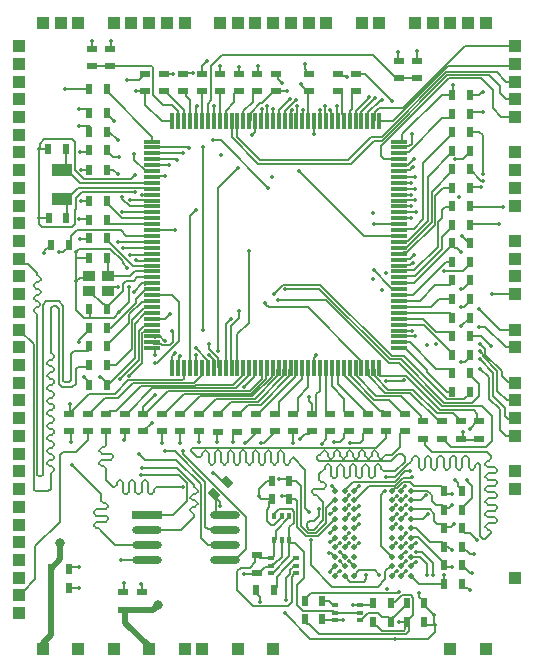
<source format=gtl>
G04*
G04 #@! TF.GenerationSoftware,Altium Limited,Altium Designer,19.1.9 (167)*
G04*
G04 Layer_Physical_Order=1*
G04 Layer_Color=255*
%FSLAX44Y44*%
%MOMM*%
G71*
G01*
G75*
%ADD10C,0.5000*%
%ADD11C,0.2000*%
%ADD12C,0.2540*%
%ADD13R,1.0000X0.9000*%
%ADD14R,1.8000X1.0000*%
%ADD15C,0.5000*%
%ADD16R,1.3500X0.3500*%
%ADD17R,0.3500X1.3500*%
%ADD18O,2.5000X0.7000*%
%ADD19R,2.5000X0.7000*%
%ADD20R,0.4000X0.6000*%
%ADD21R,0.6000X0.4000*%
%ADD22R,0.6000X0.9000*%
%ADD23R,0.9000X0.6000*%
G04:AMPARAMS|DCode=24|XSize=0.6mm|YSize=0.9mm|CornerRadius=0mm|HoleSize=0mm|Usage=FLASHONLY|Rotation=45.000|XOffset=0mm|YOffset=0mm|HoleType=Round|Shape=Rectangle|*
%AMROTATEDRECTD24*
4,1,4,0.1061,-0.5303,-0.5303,0.1061,-0.1061,0.5303,0.5303,-0.1061,0.1061,-0.5303,0.0*
%
%ADD24ROTATEDRECTD24*%

%ADD26C,0.3500*%
%ADD27C,0.8000*%
%ADD28C,0.1300*%
%ADD29R,1.1000X1.1000*%
D10*
X113250Y32500D02*
X117500Y36750D01*
X103750Y32500D02*
X113250D01*
X20000Y5000D02*
X26750Y11750D01*
Y51500D01*
X89250Y32500D02*
X103750D01*
X89750Y22000D02*
X110000Y1750D01*
X89750Y22000D02*
Y32000D01*
X89250Y32500D02*
X89750Y32000D01*
X88048Y32500D02*
X89250D01*
X110000Y0D02*
Y1750D01*
X34750Y75750D02*
Y89250D01*
X26750Y67750D02*
X34750Y75750D01*
X26750Y51500D02*
Y67750D01*
D11*
X338500Y47000D02*
X338787Y46713D01*
Y43963D02*
Y46713D01*
Y43963D02*
X341825Y40925D01*
Y40575D02*
Y40925D01*
X351213Y29037D02*
X351500Y28750D01*
X350713Y29037D02*
X351213D01*
X343000Y36750D02*
X350713Y29037D01*
X343000Y36750D02*
Y38250D01*
X351463Y28713D02*
X351500Y28750D01*
X351463Y20037D02*
X351750Y19750D01*
X351463Y20037D02*
Y28713D01*
X224750Y29750D02*
X246250Y8250D01*
X318000D01*
X345750D01*
X351750Y14250D01*
Y19750D01*
X345000D02*
X351750D01*
X24848Y364500D02*
X25000Y364347D01*
X16750Y364500D02*
X24848D01*
X17000Y422750D02*
X24750D01*
X16875Y422625D02*
X17000Y422750D01*
X17250Y423000D01*
Y427500D01*
X21000Y431250D01*
X44750D01*
X47250Y428750D01*
Y405197D02*
Y428750D01*
Y405197D02*
X54947Y397500D01*
X94250D01*
X98000Y401250D01*
X51359Y314109D02*
X57609D01*
X58750Y315250D01*
X48000Y310750D02*
X51359Y314109D01*
X93000Y293250D02*
Y305750D01*
X84750Y285000D02*
X93000Y293250D01*
X59500Y280250D02*
X80000D01*
X54750D02*
X59500D01*
X58750Y287500D02*
X59500Y286750D01*
Y280250D02*
Y286750D01*
X58750Y287500D02*
X59250D01*
X80000Y280250D02*
X84750Y285000D01*
X48000Y287000D02*
X54750Y280250D01*
X48000Y287000D02*
Y310750D01*
Y330863D01*
X50750Y338500D02*
X77000D01*
X48000Y335750D02*
X50750Y338500D01*
X48000Y330863D02*
Y335750D01*
Y330863D02*
X59250D01*
X87750Y326020D02*
Y327750D01*
Y326020D02*
X91504Y322266D01*
X77000Y338500D02*
X87750Y327750D01*
X84723Y386277D02*
X84750Y386250D01*
X97750D01*
X53277Y386277D02*
X84723D01*
X48250Y381250D02*
X53277Y386277D01*
X48250Y372223D02*
Y381250D01*
X47000Y370973D02*
X48250Y372223D01*
X47000Y361947D02*
Y370973D01*
Y361947D02*
X47250Y361697D01*
Y359250D02*
Y361697D01*
X44500Y356500D02*
X47250Y359250D01*
X19500Y356500D02*
X44500D01*
X16750Y359250D02*
X19500Y356500D01*
X16750Y359250D02*
Y364500D01*
X16875Y364625D01*
Y422625D01*
X136250Y246844D02*
Y247250D01*
X135500Y246094D02*
X136250Y246844D01*
X135500Y238000D02*
Y246094D01*
X134750Y237250D02*
X135500Y238000D01*
X321500Y22500D02*
X327500D01*
X328000Y22548D02*
X330000Y20547D01*
X327453Y22452D02*
X333750Y28750D01*
X327453Y22000D02*
X328000Y22548D01*
X343000Y21750D02*
X345000Y19750D01*
X343000Y21750D02*
Y22548D01*
X203723Y39789D02*
X204010Y39502D01*
X203723Y39789D02*
Y44027D01*
X202500Y45250D02*
X203723Y44027D01*
X202500Y45250D02*
Y46000D01*
X202500Y46000D02*
X202500Y46000D01*
X201750Y46000D02*
X202500D01*
X200500Y47250D02*
X201750Y46000D01*
X200500Y47250D02*
Y49500D01*
X254147Y12250D02*
X327750D01*
X330000Y14500D01*
Y20547D01*
X326750Y21298D02*
X327453Y22000D01*
X306750Y15250D02*
X325500D01*
X303000Y19000D02*
X306750Y15250D01*
X301500Y19000D02*
X303000D01*
X299500Y21000D02*
X301500Y19000D01*
X299500Y21000D02*
Y22500D01*
X325500Y15250D02*
X326750Y16500D01*
Y21298D01*
X327453Y22000D02*
Y22452D01*
X314560Y38250D02*
X315310Y39000D01*
X333750Y28750D02*
Y43000D01*
X331750Y45000D02*
X333750Y43000D01*
X323803Y45000D02*
X331750D01*
X317803Y39000D02*
X323803Y45000D01*
X315310Y39000D02*
X317803D01*
X222250Y111172D02*
Y112500D01*
X215828Y104750D02*
X222250Y111172D01*
X212750Y104750D02*
X215828D01*
X209500Y108000D02*
X212750Y104750D01*
X209500Y108000D02*
Y117250D01*
X211750Y119500D01*
Y124548D01*
X213750Y126547D01*
X202750Y64250D02*
X207750Y69250D01*
X212353D01*
X213353Y70250D01*
X202750Y128750D02*
Y134750D01*
X209500Y141500D01*
X202750Y128750D02*
X204953Y126547D01*
X213750D01*
X68500Y229750D02*
X69000D01*
X76000Y222750D01*
X54750Y229750D02*
X55037Y229463D01*
X55787D01*
X60250Y225000D01*
Y224250D02*
Y225000D01*
Y224250D02*
X61000Y223500D01*
Y222750D02*
Y223500D01*
X75250Y303000D02*
X78500Y306250D01*
X83750D01*
X91000Y481000D02*
X101500D01*
X107250Y486750D01*
X106595D02*
X107250D01*
X242000Y490250D02*
Y495000D01*
Y490250D02*
X245500Y486750D01*
X219141Y482359D02*
Y485109D01*
X217500Y486750D02*
X219141Y485109D01*
Y482359D02*
X222500Y479000D01*
X217405Y486750D02*
X217500D01*
X381750Y468668D02*
X389512D01*
X392094Y471250D01*
X392500D01*
X383750Y454000D02*
X392250D01*
X382715Y452965D02*
X383750Y454000D01*
X381750Y452965D02*
X382715D01*
X374750Y349000D02*
X380750Y343000D01*
X381750D01*
X88500Y47952D02*
Y55500D01*
X88048Y47500D02*
X88500Y47952D01*
X103500Y55000D02*
X103750Y54750D01*
Y47500D02*
Y54750D01*
X41750Y51500D02*
X50500D01*
X43000Y69000D02*
X51000D01*
X41750Y67750D02*
X43000Y69000D01*
X376000Y179250D02*
Y183500D01*
X374000Y177250D02*
X376000Y179250D01*
X373750Y177250D02*
X374000D01*
X388952Y176750D02*
X389453Y177250D01*
X376250Y176750D02*
X388952D01*
X85800Y74950D02*
X107802D01*
X226000Y40750D02*
Y59647D01*
X229352Y63000D01*
Y66578D01*
X231024Y68250D01*
X231353D01*
X233353Y70250D01*
X234352D01*
X199750Y62750D02*
X201250Y64250D01*
X190250Y62750D02*
X199750D01*
X201250Y64250D02*
X202750D01*
X213353Y70250D02*
X214352Y71250D01*
X215681D01*
X222250Y77819D01*
Y91500D01*
X245250Y21147D02*
X254147Y12250D01*
X243750Y21147D02*
X245250D01*
X241750Y23147D02*
X243750Y21147D01*
X241750Y23147D02*
Y24647D01*
X166311Y115633D02*
Y127639D01*
X169750Y124200D01*
X165250Y128700D02*
X166311Y127639D01*
X165250Y128700D02*
Y130520D01*
X169750Y120500D02*
Y124200D01*
X166311Y115633D02*
X168944Y113000D01*
X173853D01*
D12*
X266000Y37000D02*
X266150Y36850D01*
X267103D01*
D13*
X75250Y303000D02*
D03*
Y315250D02*
D03*
X58750Y303000D02*
D03*
Y315250D02*
D03*
D14*
X36250Y380250D02*
D03*
Y405250D02*
D03*
D15*
X331500Y61750D02*
D03*
Y69750D02*
D03*
Y77750D02*
D03*
Y85750D02*
D03*
Y93750D02*
D03*
Y101750D02*
D03*
Y109750D02*
D03*
Y117750D02*
D03*
Y125750D02*
D03*
Y133750D02*
D03*
X323500Y61750D02*
D03*
Y69750D02*
D03*
Y77750D02*
D03*
Y85750D02*
D03*
Y93750D02*
D03*
Y101750D02*
D03*
Y109750D02*
D03*
Y117750D02*
D03*
Y125750D02*
D03*
Y133750D02*
D03*
X315500Y61750D02*
D03*
Y69750D02*
D03*
Y77750D02*
D03*
Y85750D02*
D03*
Y93750D02*
D03*
Y101750D02*
D03*
Y109750D02*
D03*
Y117750D02*
D03*
Y125750D02*
D03*
Y133750D02*
D03*
X283500Y61750D02*
D03*
Y69750D02*
D03*
Y77750D02*
D03*
Y85750D02*
D03*
Y93750D02*
D03*
Y101750D02*
D03*
Y109750D02*
D03*
Y117750D02*
D03*
Y125750D02*
D03*
Y133750D02*
D03*
X275500Y61750D02*
D03*
Y69750D02*
D03*
Y77750D02*
D03*
Y85750D02*
D03*
Y93750D02*
D03*
Y101750D02*
D03*
Y109750D02*
D03*
Y117750D02*
D03*
Y125750D02*
D03*
Y133750D02*
D03*
X267500Y61750D02*
D03*
Y69750D02*
D03*
Y77750D02*
D03*
Y85750D02*
D03*
Y93750D02*
D03*
Y101750D02*
D03*
Y109750D02*
D03*
Y117750D02*
D03*
Y125750D02*
D03*
Y133750D02*
D03*
D16*
X112750Y429250D02*
D03*
Y424250D02*
D03*
Y419250D02*
D03*
Y414250D02*
D03*
Y409250D02*
D03*
Y404250D02*
D03*
Y399250D02*
D03*
Y394250D02*
D03*
Y389250D02*
D03*
Y384250D02*
D03*
Y379250D02*
D03*
Y374250D02*
D03*
Y369250D02*
D03*
Y364250D02*
D03*
Y359250D02*
D03*
Y354250D02*
D03*
Y349250D02*
D03*
Y344250D02*
D03*
Y339250D02*
D03*
Y334250D02*
D03*
Y329250D02*
D03*
Y324250D02*
D03*
Y319250D02*
D03*
Y314250D02*
D03*
Y309250D02*
D03*
Y304250D02*
D03*
Y299250D02*
D03*
Y294250D02*
D03*
Y289250D02*
D03*
Y284250D02*
D03*
Y279250D02*
D03*
Y274250D02*
D03*
Y269250D02*
D03*
Y264250D02*
D03*
Y259250D02*
D03*
Y254250D02*
D03*
X321750D02*
D03*
Y259250D02*
D03*
Y264250D02*
D03*
Y269250D02*
D03*
Y274250D02*
D03*
Y279250D02*
D03*
Y284250D02*
D03*
Y289250D02*
D03*
Y294250D02*
D03*
Y299250D02*
D03*
Y304250D02*
D03*
Y309250D02*
D03*
Y314250D02*
D03*
Y319250D02*
D03*
Y324250D02*
D03*
Y329250D02*
D03*
Y334250D02*
D03*
Y339250D02*
D03*
Y344250D02*
D03*
Y349250D02*
D03*
Y354250D02*
D03*
Y359250D02*
D03*
Y364250D02*
D03*
Y369250D02*
D03*
Y374250D02*
D03*
Y379250D02*
D03*
Y384250D02*
D03*
Y389250D02*
D03*
Y394250D02*
D03*
Y399250D02*
D03*
Y404250D02*
D03*
Y409250D02*
D03*
Y414250D02*
D03*
Y419250D02*
D03*
Y424250D02*
D03*
Y429250D02*
D03*
D17*
X129750Y237250D02*
D03*
X134750D02*
D03*
X139750D02*
D03*
X144750D02*
D03*
X149750D02*
D03*
X154750D02*
D03*
X159750D02*
D03*
X164750D02*
D03*
X169750D02*
D03*
X174750D02*
D03*
X179750D02*
D03*
X184750D02*
D03*
X189750D02*
D03*
X194750D02*
D03*
X199750D02*
D03*
X204750D02*
D03*
X209750D02*
D03*
X214750D02*
D03*
X219750D02*
D03*
X224750D02*
D03*
X229750D02*
D03*
X234750D02*
D03*
X239750D02*
D03*
X244750D02*
D03*
X249750D02*
D03*
X254750D02*
D03*
X259750D02*
D03*
X264750D02*
D03*
X269750D02*
D03*
X274750D02*
D03*
X279750D02*
D03*
X284750D02*
D03*
X289750D02*
D03*
X294750D02*
D03*
X299750D02*
D03*
X304750D02*
D03*
Y446250D02*
D03*
X299750D02*
D03*
X294750D02*
D03*
X289750D02*
D03*
X284750D02*
D03*
X279750D02*
D03*
X274750D02*
D03*
X269750D02*
D03*
X264750D02*
D03*
X259750D02*
D03*
X254750D02*
D03*
X249750D02*
D03*
X244750D02*
D03*
X239750D02*
D03*
X234750D02*
D03*
X229750D02*
D03*
X224750D02*
D03*
X219750D02*
D03*
X214750D02*
D03*
X209750D02*
D03*
X204750D02*
D03*
X199750D02*
D03*
X194750D02*
D03*
X189750D02*
D03*
X184750D02*
D03*
X179750D02*
D03*
X174750D02*
D03*
X169750D02*
D03*
X164750D02*
D03*
X159750D02*
D03*
X154750D02*
D03*
X149750D02*
D03*
X144750D02*
D03*
X139750D02*
D03*
X134750D02*
D03*
X129750D02*
D03*
D18*
X173853Y74900D02*
D03*
Y87600D02*
D03*
Y100300D02*
D03*
Y113000D02*
D03*
X107852Y74900D02*
D03*
Y87600D02*
D03*
Y100300D02*
D03*
D19*
Y113000D02*
D03*
D20*
X215750Y91500D02*
D03*
X222250D02*
D03*
X228750D02*
D03*
X215750Y112500D02*
D03*
X222250D02*
D03*
X228750D02*
D03*
D21*
X234352Y63750D02*
D03*
Y70250D02*
D03*
Y76750D02*
D03*
X213353Y63750D02*
D03*
Y70250D02*
D03*
Y76750D02*
D03*
X288102Y23850D02*
D03*
Y30350D02*
D03*
Y36850D02*
D03*
X267103Y23850D02*
D03*
Y30350D02*
D03*
Y36850D02*
D03*
D22*
X200500Y49500D02*
D03*
X215500D02*
D03*
X343000Y38250D02*
D03*
X328000D02*
D03*
X314500Y22500D02*
D03*
X299500D02*
D03*
X241750Y40350D02*
D03*
X256750D02*
D03*
X241750Y24647D02*
D03*
X256750D02*
D03*
X314560Y38250D02*
D03*
X299560D02*
D03*
X381750Y374453D02*
D03*
X366750D02*
D03*
X381750Y358750D02*
D03*
X366750D02*
D03*
X381750Y327298D02*
D03*
X366750D02*
D03*
X366750Y233082D02*
D03*
X381750D02*
D03*
X381750Y311595D02*
D03*
X366750D02*
D03*
X366750Y217380D02*
D03*
X381750D02*
D03*
X381750Y295892D02*
D03*
X366750D02*
D03*
X74250Y347453D02*
D03*
X59250D02*
D03*
X381750Y280190D02*
D03*
X366750D02*
D03*
X381750Y264487D02*
D03*
X366750D02*
D03*
X381750Y248785D02*
D03*
X366750D02*
D03*
X74250Y363155D02*
D03*
X59250D02*
D03*
X74250Y378858D02*
D03*
X59250D02*
D03*
X74250Y405500D02*
D03*
X59250D02*
D03*
X74250Y421750D02*
D03*
X59250D02*
D03*
X74250Y437500D02*
D03*
X59250D02*
D03*
X74250Y453500D02*
D03*
X59250D02*
D03*
X381750Y437263D02*
D03*
X366750D02*
D03*
X381750Y421560D02*
D03*
X366750D02*
D03*
X381750Y405858D02*
D03*
X366750D02*
D03*
X381750Y390155D02*
D03*
X366750D02*
D03*
X59250Y240047D02*
D03*
X74250D02*
D03*
X74250Y473453D02*
D03*
X59250D02*
D03*
X59250Y256000D02*
D03*
X74250D02*
D03*
X59250Y271798D02*
D03*
X74250D02*
D03*
X41750Y67750D02*
D03*
X26750D02*
D03*
X41750Y51500D02*
D03*
X26750D02*
D03*
X375000Y54840D02*
D03*
X360000D02*
D03*
X375000Y70542D02*
D03*
X360000D02*
D03*
X375000Y117650D02*
D03*
X360000D02*
D03*
X375000Y86245D02*
D03*
X360000D02*
D03*
X213750Y126547D02*
D03*
X228750D02*
D03*
X375000Y101947D02*
D03*
X360000D02*
D03*
X213750Y142250D02*
D03*
X228750D02*
D03*
X374500Y133500D02*
D03*
X359500D02*
D03*
X343000Y22548D02*
D03*
X328000D02*
D03*
X381750Y452965D02*
D03*
X366750D02*
D03*
X381750Y468668D02*
D03*
X366750D02*
D03*
X381750Y343000D02*
D03*
X366750D02*
D03*
X59250Y287500D02*
D03*
X74250D02*
D03*
X59250Y330863D02*
D03*
X74250D02*
D03*
X59250Y222750D02*
D03*
X74250D02*
D03*
X26750Y341750D02*
D03*
X41750D02*
D03*
X25000Y364347D02*
D03*
X40000D02*
D03*
X24750Y422750D02*
D03*
X39750D02*
D03*
D23*
X321250Y482750D02*
D03*
Y497750D02*
D03*
X336953D02*
D03*
Y482750D02*
D03*
X61500Y493000D02*
D03*
Y508000D02*
D03*
X77203Y508000D02*
D03*
Y493000D02*
D03*
X152203Y198750D02*
D03*
Y183750D02*
D03*
X136500Y198750D02*
D03*
Y183750D02*
D03*
X120798Y198750D02*
D03*
Y183750D02*
D03*
X89392Y198750D02*
D03*
Y183750D02*
D03*
X73690Y198750D02*
D03*
Y183750D02*
D03*
X357703Y192250D02*
D03*
Y177250D02*
D03*
X154500Y471750D02*
D03*
Y486750D02*
D03*
X170203Y471750D02*
D03*
Y486750D02*
D03*
X186000Y471750D02*
D03*
Y486750D02*
D03*
X269750Y486750D02*
D03*
Y471750D02*
D03*
X285452Y486750D02*
D03*
Y471750D02*
D03*
X201702Y486750D02*
D03*
Y471750D02*
D03*
X342000Y192250D02*
D03*
Y177250D02*
D03*
X326297Y198750D02*
D03*
Y183750D02*
D03*
X310595Y198750D02*
D03*
Y183750D02*
D03*
X294892Y198750D02*
D03*
Y183750D02*
D03*
X279190Y198750D02*
D03*
Y183750D02*
D03*
X263487Y198750D02*
D03*
Y183750D02*
D03*
X232082Y198750D02*
D03*
Y183750D02*
D03*
X216380Y198750D02*
D03*
Y183750D02*
D03*
X200677Y198750D02*
D03*
Y183750D02*
D03*
X57987Y198750D02*
D03*
Y183750D02*
D03*
X184250Y183500D02*
D03*
Y198500D02*
D03*
X122297Y471750D02*
D03*
Y486750D02*
D03*
X167905Y183500D02*
D03*
Y198500D02*
D03*
X138798Y471750D02*
D03*
Y486750D02*
D03*
X103750Y47500D02*
D03*
Y32500D02*
D03*
X88048Y47500D02*
D03*
Y32500D02*
D03*
X201250Y64250D02*
D03*
Y79250D02*
D03*
X373750Y177250D02*
D03*
Y192250D02*
D03*
X106595Y486750D02*
D03*
Y471750D02*
D03*
X217405Y486750D02*
D03*
Y471750D02*
D03*
X245500Y486750D02*
D03*
Y471750D02*
D03*
X389453Y177250D02*
D03*
Y192250D02*
D03*
X247785Y183750D02*
D03*
Y198750D02*
D03*
X105095Y183750D02*
D03*
Y198750D02*
D03*
X42285Y183750D02*
D03*
Y198750D02*
D03*
D24*
X165250Y130520D02*
D03*
X175857Y141126D02*
D03*
D26*
X224750Y29750D02*
D03*
X318000Y8250D02*
D03*
X104250Y383750D02*
D03*
X17000Y422750D02*
D03*
X98000Y401250D02*
D03*
X92708Y230650D02*
D03*
X93000Y305750D02*
D03*
X84750Y285000D02*
D03*
X48000Y310750D02*
D03*
Y335750D02*
D03*
X91504Y322266D02*
D03*
X97000Y302250D02*
D03*
X97750Y386250D02*
D03*
X87250Y382250D02*
D03*
Y369500D02*
D03*
X16750Y364500D02*
D03*
X136250Y247250D02*
D03*
X161000Y248250D02*
D03*
X319516Y65503D02*
D03*
X321500Y22500D02*
D03*
X351750Y19750D02*
D03*
X351500Y28750D02*
D03*
X204010Y39502D02*
D03*
X338500Y47000D02*
D03*
X202750Y128750D02*
D03*
X287500Y137500D02*
D03*
X114750Y214500D02*
D03*
X43250Y206750D02*
D03*
X68500Y229750D02*
D03*
X54750D02*
D03*
X33500Y335750D02*
D03*
X91000Y481000D02*
D03*
X242000Y495000D02*
D03*
X222500Y479000D02*
D03*
X392500Y471250D02*
D03*
X392250Y454000D02*
D03*
X374750Y349000D02*
D03*
X171000Y418250D02*
D03*
X158750Y497250D02*
D03*
X164250Y430250D02*
D03*
X88500Y55500D02*
D03*
X103500Y55000D02*
D03*
X50500Y51500D02*
D03*
X51000Y69000D02*
D03*
X376000Y183500D02*
D03*
X226000Y40750D02*
D03*
X190250Y62750D02*
D03*
X388000Y91500D02*
D03*
X385000Y80000D02*
D03*
X383750Y64250D02*
D03*
X381750Y49500D02*
D03*
X378750Y143000D02*
D03*
X369250D02*
D03*
X237500Y177250D02*
D03*
X43750Y175250D02*
D03*
X85000Y228000D02*
D03*
X112500Y191000D02*
D03*
X194500Y336250D02*
D03*
X50750Y259250D02*
D03*
X115250Y241750D02*
D03*
X131750Y250000D02*
D03*
X129756Y268513D02*
D03*
X123750Y260500D02*
D03*
X127750Y283250D02*
D03*
X186250Y285500D02*
D03*
X208500Y292750D02*
D03*
X115250Y248750D02*
D03*
X149250D02*
D03*
Y254500D02*
D03*
X160500Y258250D02*
D03*
X168500Y251750D02*
D03*
X155500Y269750D02*
D03*
X179009Y279264D02*
D03*
X219250Y295000D02*
D03*
X310250Y145250D02*
D03*
X287750Y120750D02*
D03*
X325750Y227750D02*
D03*
X381250Y186000D02*
D03*
X216000Y300500D02*
D03*
X225250Y304750D02*
D03*
X399500Y255750D02*
D03*
X390250Y257750D02*
D03*
X352750D02*
D03*
X390000Y252000D02*
D03*
X345500Y257000D02*
D03*
X389750Y244750D02*
D03*
X390000Y237000D02*
D03*
X389250Y287750D02*
D03*
X389000Y272250D02*
D03*
X333500Y326750D02*
D03*
X334000Y333000D02*
D03*
X374250Y272750D02*
D03*
X335500Y264500D02*
D03*
X332250Y269250D02*
D03*
X359250Y319750D02*
D03*
X400250Y299750D02*
D03*
X372750Y382500D02*
D03*
X306750Y464250D02*
D03*
X269250Y459000D02*
D03*
X277500Y484000D02*
D03*
X238500Y478000D02*
D03*
X333250Y407500D02*
D03*
X334250Y414500D02*
D03*
X390929Y390429D02*
D03*
X392250Y396250D02*
D03*
Y401750D02*
D03*
X368768Y414270D02*
D03*
X331500Y364750D02*
D03*
X335250Y399000D02*
D03*
X331500Y394250D02*
D03*
X334750Y389250D02*
D03*
X331500Y384250D02*
D03*
X335000Y379500D02*
D03*
X331500Y374250D02*
D03*
X336000Y370000D02*
D03*
X332500Y435750D02*
D03*
X213750Y399000D02*
D03*
X149250Y371000D02*
D03*
X321000Y505250D02*
D03*
X336750Y505750D02*
D03*
X301500Y466000D02*
D03*
X296500Y467000D02*
D03*
X316000Y463750D02*
D03*
X258750Y459250D02*
D03*
X263013Y456272D02*
D03*
X254250Y456000D02*
D03*
X240000Y455750D02*
D03*
X235000Y459250D02*
D03*
X237000Y404500D02*
D03*
X230750Y455750D02*
D03*
X234500Y464750D02*
D03*
X229000Y465000D02*
D03*
X214500Y456500D02*
D03*
X210000Y459500D02*
D03*
X205750Y456750D02*
D03*
X165000Y459250D02*
D03*
X150250Y459000D02*
D03*
X123000Y400000D02*
D03*
X144000Y424000D02*
D03*
X139000Y419250D02*
D03*
X133500Y414000D02*
D03*
X126750Y409250D02*
D03*
X87750Y339250D02*
D03*
X83250Y344250D02*
D03*
X93750Y333500D02*
D03*
X98750Y329250D02*
D03*
X93500Y379500D02*
D03*
X83250Y430500D02*
D03*
X52500Y405250D02*
D03*
X51500Y420000D02*
D03*
X80250Y446750D02*
D03*
X84500Y415750D02*
D03*
X83250Y402000D02*
D03*
X50750Y456500D02*
D03*
X50250Y442250D02*
D03*
X131750Y354250D02*
D03*
X190250Y221750D02*
D03*
X251500Y248500D02*
D03*
X300000Y320250D02*
D03*
X300500Y359500D02*
D03*
X77750Y514250D02*
D03*
X61250D02*
D03*
X367000Y477000D02*
D03*
X373750Y335750D02*
D03*
X245250Y212750D02*
D03*
X256250Y173500D02*
D03*
X97250Y419000D02*
D03*
X21250Y334750D02*
D03*
X83750Y306250D02*
D03*
X226500Y471750D02*
D03*
X99000D02*
D03*
X197250Y434500D02*
D03*
X249500Y436000D02*
D03*
X85750Y75000D02*
D03*
X163871Y148313D02*
D03*
X169750Y120500D02*
D03*
X374250Y289000D02*
D03*
X307000Y303250D02*
D03*
X138750Y167500D02*
D03*
X44750Y155350D02*
D03*
X104000Y153100D02*
D03*
X101750Y164600D02*
D03*
X123750Y166850D02*
D03*
X103000Y146850D02*
D03*
X310500Y317750D02*
D03*
X299250Y312750D02*
D03*
X373750Y304000D02*
D03*
X299250Y368500D02*
D03*
X51726Y346726D02*
D03*
X38750Y474000D02*
D03*
X366750Y68750D02*
D03*
X366500Y131000D02*
D03*
X344500Y129750D02*
D03*
X366500Y121500D02*
D03*
X346250Y114250D02*
D03*
X368500Y105500D02*
D03*
X366000Y83000D02*
D03*
X360000Y62250D02*
D03*
X350250D02*
D03*
X345250D02*
D03*
X271250Y65250D02*
D03*
X263513Y114009D02*
D03*
X222511Y128759D02*
D03*
X246763Y91757D02*
D03*
X220261Y143510D02*
D03*
X263263Y98008D02*
D03*
X263500Y90000D02*
D03*
X264500Y138000D02*
D03*
X211000Y389750D02*
D03*
X185250Y406750D02*
D03*
X146750Y487000D02*
D03*
X327517Y97508D02*
D03*
X130250Y486750D02*
D03*
X155500Y424750D02*
D03*
X279250Y97750D02*
D03*
X374250Y242250D02*
D03*
X336000Y81500D02*
D03*
X327250D02*
D03*
X310500Y226250D02*
D03*
X327500Y73750D02*
D03*
X327267Y121509D02*
D03*
X311750Y50500D02*
D03*
X319250Y89500D02*
D03*
X138250Y136500D02*
D03*
X335517Y89257D02*
D03*
X202000Y493000D02*
D03*
X327500Y89250D02*
D03*
X169750Y493500D02*
D03*
X309516Y133009D02*
D03*
X186000Y492750D02*
D03*
X271250Y89500D02*
D03*
X321750Y48250D02*
D03*
X191250Y174250D02*
D03*
X204750Y174000D02*
D03*
X181250Y174750D02*
D03*
X271500Y81500D02*
D03*
X167750Y174500D02*
D03*
X152000D02*
D03*
X262500Y81000D02*
D03*
X263013Y64756D02*
D03*
X287500Y89750D02*
D03*
X282353Y36500D02*
D03*
X279514Y89507D02*
D03*
X274352Y24000D02*
D03*
X279250Y73750D02*
D03*
X271250D02*
D03*
X136000Y174000D02*
D03*
X120500Y174250D02*
D03*
X89000Y176250D02*
D03*
X50750Y363500D02*
D03*
X305000Y62500D02*
D03*
X52250Y379250D02*
D03*
X294000Y62500D02*
D03*
X327500Y65500D02*
D03*
X335517Y73257D02*
D03*
X330438Y150000D02*
D03*
X332250Y145000D02*
D03*
X279500Y129750D02*
D03*
X266250Y174500D02*
D03*
X280250Y174000D02*
D03*
X245250Y116000D02*
D03*
X253750Y118250D02*
D03*
X319750Y113750D02*
D03*
X231500Y174000D02*
D03*
X327250Y113500D02*
D03*
X406270Y359021D02*
D03*
X409750Y374000D02*
D03*
X319500Y129500D02*
D03*
X319250Y121250D02*
D03*
X327500Y129500D02*
D03*
X327000Y137500D02*
D03*
X319000Y105500D02*
D03*
X288000Y105250D02*
D03*
X279250Y113750D02*
D03*
X288000Y113000D02*
D03*
X279264Y121259D02*
D03*
D27*
X117500Y36750D02*
D03*
X34750Y89250D02*
D03*
D28*
X15250Y282670D02*
G03*
X14370Y283550I-880J0D01*
G01*
X12250Y285670D02*
G03*
X14370Y283550I2120J0D01*
G01*
Y288850D02*
G03*
X12250Y286730I0J-2120D01*
G01*
X15831Y288850D02*
G03*
X17951Y290970I0J2120D01*
G01*
Y292030D02*
G03*
X15831Y294150I-2120J0D01*
G01*
X12250Y296270D02*
G03*
X14370Y294150I2120J0D01*
G01*
Y299450D02*
G03*
X12250Y297330I0J-2120D01*
G01*
X16130Y299450D02*
G03*
X18250Y301570I0J2120D01*
G01*
Y302630D02*
G03*
X16130Y304750I-2120J0D01*
G01*
X12250Y306870D02*
G03*
X14370Y304750I2120J0D01*
G01*
Y310050D02*
G03*
X12250Y307930I0J-2120D01*
G01*
X16130Y310050D02*
G03*
X18250Y312170I0J2120D01*
G01*
Y313230D02*
G03*
X16130Y315350I-2120J0D01*
G01*
X15250Y316230D02*
G03*
X16130Y315350I880J0D01*
G01*
X27630Y148900D02*
G03*
X26750Y148020I0J-880D01*
G01*
X27630Y148900D02*
G03*
X29750Y151020I0J2120D01*
G01*
Y152080D02*
G03*
X27630Y154200I-2120J0D01*
G01*
X23750Y156320D02*
G03*
X25870Y154200I2120J0D01*
G01*
Y159500D02*
G03*
X23750Y157380I0J-2120D01*
G01*
X27630Y159500D02*
G03*
X29750Y161620I0J2120D01*
G01*
Y162680D02*
G03*
X27630Y164800I-2120J0D01*
G01*
X23750Y166920D02*
G03*
X25870Y164800I2120J0D01*
G01*
Y170100D02*
G03*
X23750Y167980I0J-2120D01*
G01*
X27630Y170100D02*
G03*
X29750Y172220I0J2120D01*
G01*
Y173280D02*
G03*
X27630Y175400I-2120J0D01*
G01*
X23750Y177520D02*
G03*
X25870Y175400I2120J0D01*
G01*
Y180700D02*
G03*
X23750Y178580I0J-2120D01*
G01*
X27630Y180700D02*
G03*
X29750Y182820I0J2120D01*
G01*
Y183880D02*
G03*
X27630Y186000I-2120J0D01*
G01*
X23750Y188120D02*
G03*
X25870Y186000I2120J0D01*
G01*
Y191300D02*
G03*
X23750Y189180I0J-2120D01*
G01*
X27630Y191300D02*
G03*
X29750Y193420I0J2120D01*
G01*
Y194480D02*
G03*
X27630Y196600I-2120J0D01*
G01*
X23750Y198720D02*
G03*
X25870Y196600I2120J0D01*
G01*
Y201900D02*
G03*
X23750Y199780I0J-2120D01*
G01*
X27630Y201900D02*
G03*
X29750Y204020I0J2120D01*
G01*
Y205080D02*
G03*
X27630Y207200I-2120J0D01*
G01*
X23750Y209320D02*
G03*
X25870Y207200I2120J0D01*
G01*
Y212500D02*
G03*
X23750Y210380I0J-2120D01*
G01*
X27630Y212500D02*
G03*
X29750Y214620I0J2120D01*
G01*
Y215680D02*
G03*
X27630Y217800I-2120J0D01*
G01*
X23750Y219920D02*
G03*
X25870Y217800I2120J0D01*
G01*
Y223100D02*
G03*
X23750Y220980I0J-2120D01*
G01*
X27630Y223100D02*
G03*
X29750Y225220I0J2120D01*
G01*
Y226280D02*
G03*
X27630Y228400I-2120J0D01*
G01*
X23750Y230520D02*
G03*
X25870Y228400I2120J0D01*
G01*
Y233700D02*
G03*
X23750Y231580I0J-2120D01*
G01*
X27630Y233700D02*
G03*
X29750Y235820I0J2120D01*
G01*
Y236880D02*
G03*
X27630Y239000I-2120J0D01*
G01*
X23750Y241120D02*
G03*
X25870Y239000I2120J0D01*
G01*
Y244300D02*
G03*
X23750Y242180I0J-2120D01*
G01*
X27630Y244300D02*
G03*
X29750Y246420I0J2120D01*
G01*
Y247480D02*
G03*
X27630Y249600I-2120J0D01*
G01*
X26750Y250480D02*
G03*
X27630Y249600I880J0D01*
G01*
X397630Y158950D02*
G03*
X399750Y161070I0J2120D01*
G01*
X396870Y158950D02*
G03*
X394750Y156830I0J-2120D01*
G01*
Y155770D02*
G03*
X396870Y153650I2120J0D01*
G01*
X404750Y151530D02*
G03*
X402630Y153650I-2120J0D01*
G01*
Y148350D02*
G03*
X404750Y150470I0J2120D01*
G01*
X396870Y148350D02*
G03*
X394750Y146230I0J-2120D01*
G01*
Y145170D02*
G03*
X396870Y143050I2120J0D01*
G01*
X404750Y140930D02*
G03*
X402630Y143050I-2120J0D01*
G01*
Y137750D02*
G03*
X404750Y139870I0J2120D01*
G01*
X396870Y137750D02*
G03*
X394750Y135630I0J-2120D01*
G01*
Y134570D02*
G03*
X396870Y132450I2120J0D01*
G01*
X404750Y130330D02*
G03*
X402630Y132450I-2120J0D01*
G01*
Y127150D02*
G03*
X404750Y129270I0J2120D01*
G01*
X396870Y127150D02*
G03*
X394750Y125030I0J-2120D01*
G01*
Y123970D02*
G03*
X396870Y121850I2120J0D01*
G01*
X404750Y119730D02*
G03*
X402630Y121850I-2120J0D01*
G01*
Y116550D02*
G03*
X404750Y118670I0J2120D01*
G01*
X396870Y116550D02*
G03*
X394750Y114430I0J-2120D01*
G01*
Y113370D02*
G03*
X396870Y111250I2120J0D01*
G01*
X404750Y109130D02*
G03*
X402630Y111250I-2120J0D01*
G01*
Y105950D02*
G03*
X404750Y108070I0J2120D01*
G01*
X396870Y105950D02*
G03*
X394750Y103830I0J-2120D01*
G01*
Y102770D02*
G03*
X396870Y100650I2120J0D01*
G01*
X399750Y98530D02*
G03*
X397630Y100650I-2120J0D01*
G01*
X388020Y157250D02*
G03*
X385900Y155130I0J-2120D01*
G01*
X383780Y151250D02*
G03*
X385900Y153370I0J2120D01*
G01*
X380600D02*
G03*
X382720Y151250I2120J0D01*
G01*
X380600Y161130D02*
G03*
X378480Y163250I-2120J0D01*
G01*
X377420D02*
G03*
X375300Y161130I0J-2120D01*
G01*
X373180Y151250D02*
G03*
X375300Y153370I0J2120D01*
G01*
X370000D02*
G03*
X372120Y151250I2120J0D01*
G01*
X370000Y161130D02*
G03*
X367880Y163250I-2120J0D01*
G01*
X366820D02*
G03*
X364700Y161130I0J-2120D01*
G01*
X362580Y151250D02*
G03*
X364700Y153370I0J2120D01*
G01*
X359400D02*
G03*
X361520Y151250I2120J0D01*
G01*
X359400Y161130D02*
G03*
X357280Y163250I-2120J0D01*
G01*
X356220D02*
G03*
X354100Y161130I0J-2120D01*
G01*
X351980Y151250D02*
G03*
X354100Y153370I0J2120D01*
G01*
X348800D02*
G03*
X350920Y151250I2120J0D01*
G01*
X348800Y161130D02*
G03*
X346680Y163250I-2120J0D01*
G01*
X345620D02*
G03*
X343500Y161130I0J-2120D01*
G01*
X341380Y151250D02*
G03*
X343500Y153370I0J2120D01*
G01*
X338200D02*
G03*
X340320Y151250I2120J0D01*
G01*
X338200Y161130D02*
G03*
X336080Y163250I-2120J0D01*
G01*
X335020D02*
G03*
X332900Y161130I0J-2120D01*
G01*
X330780Y157250D02*
G03*
X332900Y159370I0J2120D01*
G01*
X309980Y164000D02*
G03*
X308900Y162920I0J-1081D01*
G01*
X306780Y160800D02*
G03*
X308900Y162920I0J2120D01*
G01*
X303600D02*
G03*
X305720Y160800I2120J0D01*
G01*
X303600Y165581D02*
G03*
X301480Y167701I-2120J0D01*
G01*
X300420D02*
G03*
X298300Y165581I0J-2120D01*
G01*
X296180Y160800D02*
G03*
X298300Y162920I0J2120D01*
G01*
X293000D02*
G03*
X295120Y160800I2120J0D01*
G01*
X293000Y165581D02*
G03*
X290880Y167701I-2120J0D01*
G01*
X289820D02*
G03*
X287700Y165581I0J-2120D01*
G01*
X285580Y160800D02*
G03*
X287700Y162920I0J2120D01*
G01*
X282400D02*
G03*
X284520Y160800I2120J0D01*
G01*
X282400Y165581D02*
G03*
X280280Y167701I-2120J0D01*
G01*
X279220D02*
G03*
X277100Y165581I0J-2120D01*
G01*
X274980Y160800D02*
G03*
X277100Y162920I0J2120D01*
G01*
X271800D02*
G03*
X273920Y160800I2120J0D01*
G01*
X271800Y165581D02*
G03*
X269680Y167701I-2120J0D01*
G01*
X268620D02*
G03*
X266500Y165581I0J-2120D01*
G01*
X264380Y160800D02*
G03*
X266500Y162920I0J2120D01*
G01*
X261200D02*
G03*
X263320Y160800I2120J0D01*
G01*
X261200Y165581D02*
G03*
X259080Y167701I-2120J0D01*
G01*
X258020D02*
G03*
X255900Y165581I0J-2120D01*
G01*
X254319Y164000D02*
G03*
X255900Y165581I0J1581D01*
G01*
X306350Y152120D02*
G03*
X308470Y150000I2120J0D01*
G01*
X306350Y153880D02*
G03*
X304230Y156000I-2120J0D01*
G01*
X303170D02*
G03*
X301050Y153880I0J-2120D01*
G01*
X298930Y144000D02*
G03*
X301050Y146120I0J2120D01*
G01*
X295750D02*
G03*
X297870Y144000I2120J0D01*
G01*
X295750Y153880D02*
G03*
X293630Y156000I-2120J0D01*
G01*
X292570D02*
G03*
X290450Y153880I0J-2120D01*
G01*
X288330Y144000D02*
G03*
X290450Y146120I0J2120D01*
G01*
X285150D02*
G03*
X287270Y144000I2120J0D01*
G01*
X285150Y153880D02*
G03*
X283030Y156000I-2120J0D01*
G01*
X281970D02*
G03*
X279850Y153880I0J-2120D01*
G01*
X277730Y144000D02*
G03*
X279850Y146120I0J2120D01*
G01*
X274550D02*
G03*
X276670Y144000I2120J0D01*
G01*
X274550Y153880D02*
G03*
X272430Y156000I-2120J0D01*
G01*
X271370D02*
G03*
X269250Y153880I0J-2120D01*
G01*
X267130Y144000D02*
G03*
X269250Y146120I0J2120D01*
G01*
X263950D02*
G03*
X266070Y144000I2120J0D01*
G01*
X263950Y153880D02*
G03*
X261830Y156000I-2120J0D01*
G01*
X260770D02*
G03*
X258650Y153880I0J-2120D01*
G01*
X256530Y150000D02*
G03*
X258650Y152120I0J2120D01*
G01*
X253750Y142870D02*
G03*
X255870Y140750I2120J0D01*
G01*
X259750Y138630D02*
G03*
X257630Y140750I-2120J0D01*
G01*
Y135450D02*
G03*
X259750Y137570I0J2120D01*
G01*
X249870Y135450D02*
G03*
X247750Y133330I0J-2120D01*
G01*
Y132270D02*
G03*
X249870Y130150I2120J0D01*
G01*
X253750Y128030D02*
G03*
X251630Y130150I-2120J0D01*
G01*
X153030Y161750D02*
G03*
X155150Y163870I0J2120D01*
G01*
X157270Y167701D02*
G03*
X155150Y165581I0J-2120D01*
G01*
X160450D02*
G03*
X158330Y167701I-2120J0D01*
G01*
X160450Y157870D02*
G03*
X162570Y155750I2120J0D01*
G01*
X163630D02*
G03*
X165750Y157870I0J2120D01*
G01*
X167870Y167701D02*
G03*
X165750Y165581I0J-2120D01*
G01*
X171050D02*
G03*
X168930Y167701I-2120J0D01*
G01*
X171050Y157870D02*
G03*
X173170Y155750I2120J0D01*
G01*
X174230D02*
G03*
X176350Y157870I0J2120D01*
G01*
X178470Y167701D02*
G03*
X176350Y165581I0J-2120D01*
G01*
X181650D02*
G03*
X179530Y167701I-2120J0D01*
G01*
X181650Y157870D02*
G03*
X183770Y155750I2120J0D01*
G01*
X184830D02*
G03*
X186950Y157870I0J2120D01*
G01*
X189070Y167701D02*
G03*
X186950Y165581I0J-2120D01*
G01*
X192250D02*
G03*
X190130Y167701I-2120J0D01*
G01*
X192250Y157870D02*
G03*
X194370Y155750I2120J0D01*
G01*
X195430D02*
G03*
X197550Y157870I0J2120D01*
G01*
X199670Y167701D02*
G03*
X197550Y165581I0J-2120D01*
G01*
X202850D02*
G03*
X200730Y167701I-2120J0D01*
G01*
X202850Y157870D02*
G03*
X204970Y155750I2120J0D01*
G01*
X206030D02*
G03*
X208150Y157870I0J2120D01*
G01*
X210270Y167701D02*
G03*
X208150Y165581I0J-2120D01*
G01*
X213450D02*
G03*
X211330Y167701I-2120J0D01*
G01*
X213450Y157870D02*
G03*
X215570Y155750I2120J0D01*
G01*
X216630D02*
G03*
X218750Y157870I0J2120D01*
G01*
X220870Y167701D02*
G03*
X218750Y165581I0J-2120D01*
G01*
X224050D02*
G03*
X221930Y167701I-2120J0D01*
G01*
X224050Y157870D02*
G03*
X226170Y155750I2120J0D01*
G01*
X227230D02*
G03*
X229350Y157870I0J2120D01*
G01*
X231470Y161750D02*
G03*
X229350Y159630I0J-2120D01*
G01*
X148000Y113870D02*
G03*
X147120Y114750I-880J0D01*
G01*
X145000Y116870D02*
G03*
X147120Y114750I2120J0D01*
G01*
Y120050D02*
G03*
X145000Y117930I0J-2120D01*
G01*
X148880Y120050D02*
G03*
X151000Y122170I0J2120D01*
G01*
Y123230D02*
G03*
X148880Y125350I-2120J0D01*
G01*
X145000Y127470D02*
G03*
X147120Y125350I2120J0D01*
G01*
Y130650D02*
G03*
X145000Y128530I0J-2120D01*
G01*
X148880Y130650D02*
G03*
X151000Y132770I0J2120D01*
G01*
Y133830D02*
G03*
X148880Y135950I-2120J0D01*
G01*
X148000Y136830D02*
G03*
X148880Y135950I880J0D01*
G01*
X116320Y136500D02*
G03*
X114200Y134380I0J-2120D01*
G01*
X112080Y130500D02*
G03*
X114200Y132620I0J2120D01*
G01*
X108900D02*
G03*
X111020Y130500I2120J0D01*
G01*
X108900Y140380D02*
G03*
X106780Y142500I-2120J0D01*
G01*
X105720D02*
G03*
X103600Y140380I0J-2120D01*
G01*
X101480Y130500D02*
G03*
X103600Y132620I0J2120D01*
G01*
X98300D02*
G03*
X100420Y130500I2120J0D01*
G01*
X98300Y140380D02*
G03*
X96180Y142500I-2120J0D01*
G01*
X95120D02*
G03*
X93000Y140380I0J-2120D01*
G01*
X90880Y130500D02*
G03*
X93000Y132620I0J2120D01*
G01*
X87700D02*
G03*
X89820Y130500I2120J0D01*
G01*
X87700Y140380D02*
G03*
X85580Y142500I-2120J0D01*
G01*
X84520D02*
G03*
X82400Y140380I0J-2120D01*
G01*
X80280Y136500D02*
G03*
X82400Y138620I0J2120D01*
G01*
X71740Y170300D02*
G03*
X73690Y172250I0J1950D01*
G01*
X69810Y170300D02*
G03*
X67690Y168180I0J-2120D01*
G01*
Y167120D02*
G03*
X69810Y165000I2120J0D01*
G01*
X79690Y162880D02*
G03*
X77570Y165000I-2120J0D01*
G01*
Y159700D02*
G03*
X79690Y161820I0J2120D01*
G01*
X69810Y159700D02*
G03*
X67690Y157580I0J-2120D01*
G01*
Y156520D02*
G03*
X69810Y154400I2120J0D01*
G01*
X73690Y152280D02*
G03*
X71570Y154400I-2120J0D01*
G01*
X69250Y125320D02*
G03*
X71370Y123200I2120J0D01*
G01*
X75250Y121080D02*
G03*
X73130Y123200I-2120J0D01*
G01*
Y117900D02*
G03*
X75250Y120020I0J2120D01*
G01*
X65370Y117900D02*
G03*
X63250Y115780I0J-2120D01*
G01*
Y114720D02*
G03*
X65370Y112600I2120J0D01*
G01*
X75250Y110480D02*
G03*
X73130Y112600I-2120J0D01*
G01*
Y107300D02*
G03*
X75250Y109420I0J2120D01*
G01*
X65370Y107300D02*
G03*
X63250Y105180I0J-2120D01*
G01*
Y104120D02*
G03*
X65370Y102000I2120J0D01*
G01*
X69250Y99880D02*
G03*
X67130Y102000I-2120J0D01*
G01*
X343000Y38250D02*
Y39400D01*
X341825Y40575D02*
X343000Y39400D01*
X104750Y384250D02*
X112750D01*
X104250Y383750D02*
X104750Y384250D01*
X90750Y311000D02*
X96750D01*
X88250Y308500D02*
X90750Y311000D01*
X88250Y303000D02*
Y308500D01*
X74250Y289000D02*
X88250Y303000D01*
X100000Y314250D02*
X112750D01*
X96750Y311000D02*
X100000Y314250D01*
X74250Y287500D02*
Y289000D01*
X71900Y291350D02*
X74250Y289000D01*
X70900Y291350D02*
X71900D01*
X60250Y302000D02*
X70900Y291350D01*
X60000Y302000D02*
X60250D01*
X59000Y303000D02*
X60000Y302000D01*
X58750Y303000D02*
X59000D01*
X220230Y209030D02*
X239750Y228550D01*
X220230Y201100D02*
Y209030D01*
X239750Y228550D02*
Y237250D01*
X202177Y198750D02*
X233650Y230223D01*
X200677Y198750D02*
X202177D01*
X233650Y230223D02*
Y236150D01*
X204783Y206450D02*
X228650Y230317D01*
X193700Y206450D02*
X204783D01*
X228650Y230317D02*
Y236150D01*
X185750Y198500D02*
X193700Y206450D01*
X179655Y208750D02*
X202083D01*
X169405Y198500D02*
X179655Y208750D01*
X202083D02*
X223650Y230317D01*
X92250Y227250D02*
X138000D01*
X80750Y215750D02*
X92250Y227250D01*
X138000D02*
X139300Y228550D01*
X83750Y212250D02*
X96450Y224950D01*
X147937D01*
X81909Y201100D02*
X103459Y222650D01*
X148889D01*
X90892Y198750D02*
X112492Y220350D01*
X149842D01*
X106595Y198750D02*
X125895Y218050D01*
X150795D01*
X122297Y198750D02*
X139298Y215750D01*
X151747D01*
X120798Y198750D02*
X122297D01*
X147937Y224950D02*
X147987Y225000D01*
X148334D01*
X148889Y222650D02*
X148939Y222700D01*
X161389D01*
X149842Y220350D02*
X149892Y220400D01*
X162342D01*
X150795Y218050D02*
X150845Y218100D01*
X163295D01*
X151747Y215750D02*
X151797Y215800D01*
X164247D01*
X139300Y228550D02*
Y236800D01*
X166203Y211250D02*
X199583D01*
X153703Y198750D02*
X166203Y211250D01*
X199583D02*
X218650Y230317D01*
X92708Y230650D02*
X103550Y241492D01*
X85250Y228000D02*
X101250Y244000D01*
X99500Y328500D02*
X113500D01*
X98000Y319250D02*
X112750D01*
X94000Y315250D02*
X98000Y319250D01*
X75250Y315250D02*
X94000D01*
X104000Y309250D02*
X106650D01*
X97000Y302250D02*
X104000Y309250D01*
X98750Y296083D02*
X106917Y304250D01*
X98750Y292750D02*
Y296083D01*
X77797Y271798D02*
X98750Y292750D01*
X106917Y304250D02*
X112750D01*
X75250Y271798D02*
X77797D01*
X104050Y293800D02*
X112301D01*
X93250Y283000D02*
X104050Y293800D01*
X93250Y275500D02*
Y283000D01*
X95953Y324250D02*
X112750D01*
X74250Y345952D02*
X95953Y324250D01*
X87250Y380942D02*
Y382250D01*
Y380942D02*
X93942Y374250D01*
X112750D01*
X59250Y404750D02*
X60000Y405500D01*
X55050Y404750D02*
X59250D01*
X87250Y369500D02*
X112500D01*
X112750Y369250D01*
X40750Y363750D02*
Y379750D01*
X40250Y380250D02*
X40750Y379750D01*
X40153Y364347D02*
X40750Y363750D01*
X40000Y364347D02*
X40153D01*
X39750Y405750D02*
X51250Y394250D01*
X39750Y405750D02*
Y422750D01*
X52250Y379250D02*
X58858D01*
X52500Y420250D02*
X58250D01*
X50250Y442250D02*
X59000D01*
X50750Y456500D02*
X57500D01*
X38750Y474000D02*
X58703D01*
X159250Y237250D02*
Y244500D01*
X161000Y248250D02*
X164750Y244500D01*
Y237250D02*
Y244500D01*
X160500Y254000D02*
Y258250D01*
Y254000D02*
X168650Y245850D01*
Y238350D02*
Y245850D01*
X289750Y237250D02*
Y243084D01*
X244084Y288750D02*
X289750Y243084D01*
X211733Y288750D02*
X244084D01*
X4350Y325650D02*
X7600D01*
X15250Y318000D01*
Y147250D02*
Y279750D01*
Y282670D01*
X12250Y285670D02*
Y286730D01*
X14370Y288850D02*
X15250D01*
X15831D01*
X17951Y290970D02*
Y292030D01*
X15250Y294150D02*
X15831D01*
X14370D02*
X15250D01*
X12250Y296270D02*
Y297330D01*
X14370Y299450D02*
X15250D01*
X16130D01*
X18250Y301570D02*
Y302630D01*
X15250Y304750D02*
X16130D01*
X14370D02*
X15250D01*
X12250Y306870D02*
Y307930D01*
X14370Y310050D02*
X15250D01*
X16130D01*
X18250Y312170D02*
Y313230D01*
X15250Y316230D02*
Y318000D01*
Y147250D02*
X16750Y145750D01*
X18750D01*
X20250Y147250D01*
Y291250D01*
X23000Y294000D01*
X33250D01*
X37250Y290000D01*
Y226750D02*
Y290000D01*
Y226750D02*
X38750Y225250D01*
X42000D01*
X43750Y227000D01*
Y249750D01*
X46250Y252250D01*
X57900D01*
X0Y270000D02*
X12500Y257500D01*
Y134500D02*
Y257500D01*
Y134500D02*
X14000Y133000D01*
X3150Y326850D02*
Y330000D01*
X49750Y238750D02*
X59202D01*
X48000Y237000D02*
X49750Y238750D01*
X48000Y224250D02*
Y237000D01*
X45000Y221250D02*
X48000Y224250D01*
X36000Y221250D02*
X45000D01*
X33250Y224000D02*
X36000Y221250D01*
X33250Y224000D02*
Y287750D01*
X31250Y289750D02*
X33250Y287750D01*
X28500Y289750D02*
X31250D01*
X26750Y288000D02*
X28500Y289750D01*
X26750Y252250D02*
Y288000D01*
Y135000D02*
Y143750D01*
Y148020D01*
X29750Y151020D02*
Y152080D01*
X26750Y154200D02*
X27630D01*
X25870D02*
X26750D01*
X23750Y156320D02*
Y157380D01*
X25870Y159500D02*
X26750D01*
X27630D01*
X29750Y161620D02*
Y162680D01*
X26750Y164800D02*
X27630D01*
X25870D02*
X26750D01*
X23750Y166920D02*
Y167980D01*
X25870Y170100D02*
X26750D01*
X27630D01*
X29750Y172220D02*
Y173280D01*
X26750Y175400D02*
X27630D01*
X25870D02*
X26750D01*
X23750Y177520D02*
Y178580D01*
X25870Y180700D02*
X26750D01*
X27630D01*
X29750Y182820D02*
Y183880D01*
X26750Y186000D02*
X27630D01*
X25870D02*
X26750D01*
X23750Y188120D02*
Y189180D01*
X25870Y191300D02*
X26750D01*
X27630D01*
X29750Y193420D02*
Y194480D01*
X26750Y196600D02*
X27630D01*
X25870D02*
X26750D01*
X23750Y198720D02*
Y199780D01*
X25870Y201900D02*
X26750D01*
X27630D01*
X29750Y204020D02*
Y205080D01*
X26750Y207200D02*
X27630D01*
X25870D02*
X26750D01*
X23750Y209320D02*
Y210380D01*
X25870Y212500D02*
X26750D01*
X27630D01*
X29750Y214620D02*
Y215680D01*
X26750Y217800D02*
X27630D01*
X25870D02*
X26750D01*
X23750Y219920D02*
Y220980D01*
X25870Y223100D02*
X26750D01*
X27630D01*
X29750Y225220D02*
Y226280D01*
X26750Y228400D02*
X27630D01*
X25870D02*
X26750D01*
X23750Y230520D02*
Y231580D01*
X25870Y233700D02*
X26750D01*
X27630D01*
X29750Y235820D02*
Y236880D01*
X26750Y239000D02*
X27630D01*
X25870D02*
X26750D01*
X23750Y241120D02*
Y242180D01*
X25870Y244300D02*
X26750D01*
X27630D01*
X29750Y246420D02*
Y247480D01*
X26750Y250480D02*
Y252250D01*
X24750Y133000D02*
X26750Y135000D01*
X14000Y133000D02*
X24750D01*
X3150Y45000D02*
Y48150D01*
X34500Y164000D02*
X36750Y166250D01*
X34500Y107500D02*
Y164000D01*
X13750Y86750D02*
X34500Y107500D01*
X57900Y252250D02*
X60250Y254600D01*
Y256000D01*
X59202Y238750D02*
X60500Y240047D01*
X319384Y65503D02*
X319516D01*
X316381Y62500D02*
X319384Y65503D01*
X316250Y62500D02*
X316381D01*
X315500Y61750D02*
X316250Y62500D01*
X315500Y61750D02*
Y61750D01*
X295003Y29750D02*
X304000D01*
X289102Y23850D02*
X295003Y29750D01*
X288102Y23850D02*
X289102D01*
X304000Y29750D02*
X307400Y26350D01*
X312150D01*
X314500Y24000D01*
Y22500D02*
Y24000D01*
X327750Y36500D02*
Y38250D01*
X314500Y24000D02*
X316850Y26350D01*
X317600D01*
X327750Y36500D01*
Y38250D02*
X328000D01*
X198250Y36000D02*
X227500D01*
X184500Y49750D02*
X198250Y36000D01*
X184500Y49750D02*
Y65250D01*
X217100Y99850D02*
X228750Y111500D01*
Y112500D01*
X217100Y92850D02*
Y99850D01*
X215750Y91500D02*
X217100Y92850D01*
X215750Y113500D02*
X220250Y118000D01*
X215750Y112500D02*
Y113500D01*
X220250Y118000D02*
X230583D01*
X232750Y115833D01*
Y106500D02*
Y115833D01*
X228750Y102500D02*
X232750Y106500D01*
X228750Y91500D02*
Y102500D01*
X231000Y39500D02*
Y60398D01*
X232003Y61400D01*
Y62400D01*
X233353Y63750D01*
X234352D01*
X227500Y36000D02*
X231000Y39500D01*
X184500Y65250D02*
X187750Y68500D01*
X195250D01*
X199750Y73000D01*
Y77750D01*
X201250Y79250D01*
X209500Y141500D02*
X213000D01*
X213750Y142250D01*
X214000D02*
X214250Y142000D01*
X213750Y142250D02*
X214000D01*
X287375Y137500D02*
X287500D01*
X283625Y133750D02*
X287375Y137500D01*
X283500Y133750D02*
X283625D01*
X105095Y204845D02*
X114750Y214500D01*
X105095Y198750D02*
Y204845D01*
X43250Y199715D02*
X59285Y215750D01*
X43250Y199715D02*
Y206750D01*
X42285Y198750D02*
X43250Y199715D01*
X42500Y198750D02*
X43000Y199250D01*
X42285Y198750D02*
X42500D01*
X59285Y215750D02*
X80750D01*
X37250Y335750D02*
X39750Y338250D01*
X41250D01*
X33500Y335750D02*
X37250D01*
X41250Y338250D02*
X41750Y338750D01*
Y341750D01*
X299250Y502250D02*
X318750Y482750D01*
X171750Y502250D02*
X299250D01*
X162500Y493000D02*
X171750Y502250D01*
X112250Y339500D02*
X112750Y339000D01*
X154500Y493000D02*
X158750Y497250D01*
X154500Y486750D02*
Y493000D01*
X164250Y430250D02*
X170500D01*
X211000Y389750D01*
X3150Y326850D02*
X4350Y325650D01*
X3150Y48150D02*
X13750Y58750D01*
Y86750D01*
X374000Y177250D02*
X375750D01*
X376250Y176750D01*
X85750Y75000D02*
X85800Y74950D01*
X217850Y60914D02*
X224926Y67990D01*
Y68324D01*
X233353Y76750D01*
X217850Y51850D02*
Y60914D01*
X215500Y49500D02*
X217850Y51850D01*
X208253Y76900D02*
X208403Y76750D01*
X203600Y76900D02*
X208253D01*
X201250Y79250D02*
X203600Y76900D01*
X208403Y76750D02*
X213353D01*
X233600Y89150D02*
X241250Y81500D01*
Y60000D02*
Y81500D01*
X235000Y53750D02*
X241250Y60000D01*
X235000Y37250D02*
X240500Y31750D01*
X235000Y37250D02*
Y53750D01*
X228750Y78147D02*
Y90500D01*
X230100Y89150D02*
X233600D01*
X228750Y90500D02*
X230100Y89150D01*
X228750Y90500D02*
Y91500D01*
X233353Y76750D02*
X234352D01*
X214000Y63397D02*
X228750Y78147D01*
X214000Y63000D02*
Y63397D01*
X213353Y63647D02*
X214000Y63000D01*
X213353Y63647D02*
Y63750D01*
X215702Y79100D02*
X215750Y79147D01*
X215702Y78100D02*
Y79100D01*
X214352Y76750D02*
X215702Y78100D01*
X213353Y76750D02*
X214352D01*
X215750Y79147D02*
Y91500D01*
X262750Y31750D02*
X262800Y31700D01*
X240500Y31750D02*
X262750D01*
X265753Y31700D02*
X267103Y30350D01*
X262800Y31700D02*
X265753D01*
X262603Y40350D02*
X265952Y37000D01*
X266000D01*
X256750Y40350D02*
X262603D01*
X267103Y30350D02*
X267703Y29750D01*
X286500D01*
X287100Y30350D01*
X288102D01*
X381403Y98097D02*
X388000Y91500D01*
X377350Y98097D02*
X381403D01*
X375750Y99697D02*
X377350Y98097D01*
X375750Y99697D02*
Y101250D01*
X375052Y101947D02*
X375750Y101250D01*
X375000Y101947D02*
X375052D01*
X381245Y80000D02*
X385000D01*
X375000Y86245D02*
X381245Y80000D01*
X381250Y64250D02*
X383750D01*
X375000Y70500D02*
X381250Y64250D01*
X375000Y70500D02*
Y70542D01*
X381155Y49500D02*
X381750D01*
X379665Y50990D02*
X381155Y49500D01*
X377350Y50990D02*
X379665D01*
X375000Y53340D02*
X377350Y50990D01*
X375000Y53340D02*
Y54840D01*
X378750Y142250D02*
Y143000D01*
Y142250D02*
X383250Y137750D01*
Y127400D02*
Y137750D01*
X375000Y119150D02*
X383250Y127400D01*
X375000Y117650D02*
Y119150D01*
X371750Y137750D02*
Y140267D01*
X369250Y142767D02*
X371750Y140267D01*
X369250Y142767D02*
Y143000D01*
X371750Y137750D02*
X374500Y135000D01*
Y133500D02*
Y135000D01*
X237500Y177250D02*
X241650Y181400D01*
X245435D01*
X247785Y183750D01*
X113000Y398500D02*
X114500Y400000D01*
X174000Y237250D02*
X174750Y238000D01*
X106650Y308150D02*
Y309250D01*
X42285Y183750D02*
X43750Y182285D01*
Y175250D02*
Y182285D01*
X131750Y249405D02*
Y250000D01*
X129750Y247405D02*
X131750Y249405D01*
X129750Y237250D02*
Y247405D01*
X36750Y166250D02*
X48000D01*
X57987Y176237D01*
Y183750D01*
X387952Y192250D02*
Y198750D01*
X327158Y231150D02*
X356308Y202000D01*
X305850Y231150D02*
X327158D01*
X304750Y232250D02*
X305850Y231150D01*
X304750Y232250D02*
Y237250D01*
X406750Y185250D02*
X412000Y180000D01*
X416850D01*
X406750Y185250D02*
Y202500D01*
X397750Y211500D02*
X406750Y202500D01*
X397750Y211500D02*
Y229500D01*
X416600Y194750D02*
X416850Y195000D01*
X413750Y194750D02*
X416600D01*
X411500Y197000D02*
X413750Y194750D01*
X411500Y197000D02*
Y203500D01*
X401500Y213500D02*
X411500Y203500D01*
X401500Y213500D02*
Y233000D01*
X412800Y210250D02*
X413050Y210000D01*
X412750Y210250D02*
X412800D01*
X413050Y210000D02*
X416850D01*
X404874Y218126D02*
X412750Y210250D01*
X404874Y218126D02*
Y235374D01*
X413750Y225250D02*
X416600D01*
X416850Y225000D01*
X408500Y230500D02*
X413750Y225250D01*
X408500Y230500D02*
Y235000D01*
X394750Y272250D02*
X412000Y255000D01*
X416850D01*
X407000Y270000D02*
X416850D01*
X389250Y287750D02*
X407000Y270000D01*
X416600Y299750D02*
X416850Y300000D01*
X400250Y299750D02*
X416600D01*
X408250Y450000D02*
X416850D01*
X401000Y457250D02*
X408250Y450000D01*
X401000Y457250D02*
Y472700D01*
X390750Y482950D02*
X401000Y472700D01*
X412000Y465000D02*
X420000D01*
X406750Y470250D02*
X412000Y465000D01*
X406750Y470250D02*
Y476000D01*
X397500Y485250D02*
X406750Y476000D01*
X412000Y480000D02*
X420000D01*
X404250Y487750D02*
X412000Y480000D01*
X361750Y487750D02*
X404250D01*
X416850Y494075D02*
Y495000D01*
X363375Y492875D02*
X415650D01*
X416850Y494075D01*
X377247Y510000D02*
X420000D01*
X324997Y457750D02*
X377247Y510000D01*
X234000Y447000D02*
X234875Y447875D01*
X254500Y446375D02*
Y455750D01*
X254250Y456000D02*
X254500Y455750D01*
X107750Y309250D02*
X112750D01*
X106650Y308150D02*
X107750Y309250D01*
X103550Y241492D02*
Y267000D01*
X104700Y268150D01*
X108500D01*
X109600Y269250D01*
X112750D01*
X85000Y228000D02*
X85250D01*
X101250Y244000D02*
Y268583D01*
X105817Y273150D01*
X106900D01*
X108000Y274250D01*
X112750D01*
X42285Y183750D02*
X42285Y183750D01*
X112000Y191000D02*
X112500D01*
X105095Y184095D02*
X112000Y191000D01*
X105095Y183750D02*
Y184095D01*
X123750Y279250D02*
X127750Y283250D01*
X112750Y279250D02*
X123750D01*
X184750Y237250D02*
X184750Y237250D01*
X184500Y237000D02*
X184750Y237250D01*
X194500Y276000D02*
Y336250D01*
X184750Y266250D02*
X194500Y276000D01*
X184750Y237250D02*
Y266250D01*
X184750Y237250D02*
X184750D01*
X50750Y260797D02*
X60250Y270298D01*
X50750Y259250D02*
Y260797D01*
X112750Y299250D02*
X129250D01*
X112000D02*
X112750D01*
X115250Y241750D02*
X117000D01*
X135500Y260250D01*
Y293000D01*
X129250Y299250D02*
X135500Y293000D01*
X112000Y299250D02*
X112000Y299250D01*
X61000Y508500D02*
X61250Y508750D01*
X130000Y259250D02*
Y268269D01*
X129756Y268513D02*
X130000Y268269D01*
X127542Y256792D02*
X130000Y259250D01*
X121042Y256792D02*
X127542D01*
X119684Y258150D02*
X121042Y256792D01*
X113850Y258150D02*
X119684D01*
X112750Y259250D02*
X113850Y258150D01*
X122750Y260500D02*
X123750D01*
X119000Y264250D02*
X122750Y260500D01*
X122297Y470750D02*
X124797D01*
X322125Y314625D02*
X322850Y315350D01*
X115950Y264250D02*
X119000D01*
X114850Y263150D02*
X115950Y264250D01*
X186250Y279750D02*
Y285500D01*
X179250Y272750D02*
X186250Y279750D01*
X209233Y291250D02*
X211733Y288750D01*
X208500Y292750D02*
X209233Y291250D01*
X115250Y248750D02*
Y253150D01*
X114150Y254250D02*
X115250Y253150D01*
X112750Y254250D02*
X114150D01*
X112750Y259250D02*
X118584D01*
X113750Y264250D02*
X114850Y263150D01*
X112750Y264250D02*
X113750D01*
X149250Y237750D02*
Y248750D01*
Y237750D02*
X149750Y237250D01*
X149250Y254500D02*
X159250Y244500D01*
Y237250D02*
X159250Y237250D01*
X159750D01*
X168650Y238350D02*
X169750Y237250D01*
X168500Y251750D02*
Y390000D01*
X155500Y269750D02*
Y424750D01*
X60250Y270298D02*
Y271798D01*
X174750Y275005D02*
X179009Y279264D01*
X174750Y238000D02*
Y275005D01*
X174000Y237250D02*
X174000Y237250D01*
X174750D01*
X179250Y241750D02*
Y272750D01*
Y241750D02*
X179750Y241250D01*
Y237250D02*
Y241250D01*
X219250Y295000D02*
X259497D01*
X312873Y241624D01*
X313750Y244750D02*
X323500D01*
X253750Y304750D02*
X313750Y244750D01*
X225250Y304750D02*
X253750D01*
X357703Y177250D02*
X359203D01*
X312873Y241624D02*
X321626D01*
X358250Y205000D01*
X391750D01*
X400000Y196750D01*
Y175750D02*
Y196750D01*
X395000Y170750D02*
X400000Y175750D01*
X365703Y170750D02*
X395000D01*
X359203Y177250D02*
X365703Y170750D01*
X356500Y177250D02*
X357703D01*
X323500Y244750D02*
X360000Y208250D01*
X325750Y247250D02*
X361770Y211230D01*
X315250Y247250D02*
X325750D01*
X254350Y308150D02*
X315250Y247250D01*
X336750Y498500D02*
X337500Y497750D01*
X238500Y477250D02*
X244750Y471000D01*
X106250Y471750D02*
X106423Y471577D01*
X41750Y343750D02*
X42250D01*
X356308Y202000D02*
X384703D01*
X354000Y199000D02*
X367000D01*
X333750Y219250D02*
X354000Y199000D01*
X311917Y219250D02*
X333750D01*
X355500Y192250D02*
X357703D01*
X331000Y216750D02*
X355500Y192250D01*
X309417Y216750D02*
X331000D01*
X300850Y230317D02*
X311917Y219250D01*
X295850Y230317D02*
X309417Y216750D01*
X340500Y193750D02*
Y196750D01*
X323250Y214000D02*
X340500Y196750D01*
X302167Y214000D02*
X323250D01*
X285850Y230317D02*
X302167Y214000D01*
X312798Y210750D02*
X324798Y198750D01*
X300417Y210750D02*
X312798D01*
X280850Y230317D02*
X300417Y210750D01*
X343500Y172500D02*
Y177250D01*
Y172500D02*
X349250Y166750D01*
X396000D01*
X399750Y163000D01*
Y161070D02*
Y163000D01*
X396870Y158950D02*
X397630D01*
X394750Y155770D02*
Y156830D01*
X396870Y153650D02*
X399750D01*
X402630D01*
X404750Y150470D02*
Y151530D01*
X399750Y148350D02*
X402630D01*
X396870D02*
X399750D01*
X394750Y145170D02*
Y146230D01*
X396870Y143050D02*
X399750D01*
X402630D01*
X404750Y139870D02*
Y140930D01*
X399750Y137750D02*
X402630D01*
X396870D02*
X399750D01*
X394750Y134570D02*
Y135630D01*
X396870Y132450D02*
X399750D01*
X402630D01*
X404750Y129270D02*
Y130330D01*
X399750Y127150D02*
X402630D01*
X396870D02*
X399750D01*
X394750Y123970D02*
Y125030D01*
X396870Y121850D02*
X399750D01*
X402630D01*
X404750Y118670D02*
Y119730D01*
X399750Y116550D02*
X402630D01*
X396870D02*
X399750D01*
X394750Y113370D02*
Y114430D01*
X396870Y111250D02*
X399750D01*
X402630D01*
X404750Y108070D02*
Y109130D01*
X399750Y105950D02*
X402630D01*
X396870D02*
X399750D01*
X394750Y102770D02*
Y103830D01*
X396870Y100650D02*
X397630D01*
X399750Y98000D02*
Y98530D01*
X394500Y92750D02*
X399750Y98000D01*
X393000Y92750D02*
X394500D01*
X390500Y95250D02*
X393000Y92750D01*
X390500Y95250D02*
Y155250D01*
X342000Y177250D02*
X343500D01*
X340500Y193750D02*
X342000Y192250D01*
X388500Y157250D02*
X390500Y155250D01*
X388020Y157250D02*
X388500D01*
X385900Y153370D02*
Y155130D01*
X382720Y151250D02*
X383780D01*
X380600Y153370D02*
Y157250D01*
Y161130D01*
X377420Y163250D02*
X378480D01*
X375300Y157250D02*
Y161130D01*
Y153370D02*
Y157250D01*
X372120Y151250D02*
X373180D01*
X370000Y153370D02*
Y157250D01*
Y161130D01*
X366820Y163250D02*
X367880D01*
X364700Y157250D02*
Y161130D01*
Y153370D02*
Y157250D01*
X361520Y151250D02*
X362580D01*
X359400Y153370D02*
Y157250D01*
Y161130D01*
X356220Y163250D02*
X357280D01*
X354100Y157250D02*
Y161130D01*
Y153370D02*
Y157250D01*
X350920Y151250D02*
X351980D01*
X348800Y153370D02*
Y157250D01*
Y161130D01*
X345620Y163250D02*
X346680D01*
X343500Y157250D02*
Y161130D01*
Y153370D02*
Y157250D01*
X340320Y151250D02*
X341380D01*
X338200Y153370D02*
Y157250D01*
Y161130D01*
X335020Y163250D02*
X336080D01*
X332900Y159370D02*
Y161130D01*
X330250Y157250D02*
X330780D01*
X318250Y145250D02*
X330250Y157250D01*
X310250Y145250D02*
X318250D01*
X283500Y117750D02*
X284750D01*
X287750Y120750D01*
X310500Y226250D02*
X324250D01*
X325750Y227750D01*
X384703Y202000D02*
X387952Y198750D01*
X367000Y199000D02*
X373750Y192250D01*
X381250Y186000D02*
X381702D01*
X387952Y192250D01*
X223650Y308150D02*
X254350D01*
X216000Y300500D02*
X223650Y308150D01*
X360000Y208250D02*
X383500D01*
X389000Y213750D01*
Y224332D01*
X383250Y230082D02*
X389000Y224332D01*
X383250Y230082D02*
Y232250D01*
X382418Y233082D02*
X383250Y232250D01*
X381750Y233082D02*
X382418D01*
X361770Y211230D02*
X376730D01*
X379030Y213530D01*
X379400D01*
X381750Y215880D01*
Y216250D01*
X381750Y216250D02*
X381750Y216250D01*
X381750Y216250D02*
Y217380D01*
X112500Y409250D02*
X126750D01*
X390000Y237000D02*
X390250D01*
X389500D02*
X390000D01*
X390250D02*
X397750Y229500D01*
X389750Y244750D02*
X401500Y233000D01*
X392450Y247797D02*
X404874Y235374D01*
X392450Y247797D02*
Y249217D01*
X390500Y251168D02*
X392450Y249217D01*
X390500Y251168D02*
Y251500D01*
X390000Y252000D02*
X390500Y251500D01*
X394750Y248750D02*
X408500Y235000D01*
X394750Y248750D02*
Y253250D01*
X390250Y257750D02*
X394750Y253250D01*
X391000Y264250D02*
X399500Y255750D01*
X381987Y264250D02*
X391000D01*
X321250Y324500D02*
X331250D01*
X389000Y272250D02*
X394750D01*
X321750Y329000D02*
X322200Y329450D01*
X323500Y126000D02*
X323875D01*
X331250Y324500D02*
X333500Y326750D01*
X330450Y329450D02*
X334000Y333000D01*
X322200Y329450D02*
X330450D01*
X374250Y272750D02*
X374310D01*
X381750Y280190D01*
X323500Y264500D02*
X335500D01*
X332000Y269000D02*
X332250Y269250D01*
X324000Y269000D02*
X332000D01*
X359250Y319750D02*
X375703D01*
X381750Y325798D01*
X322250Y363250D02*
X323750Y364750D01*
X363455Y482950D02*
X390750D01*
X306250Y425745D02*
X363455Y482950D01*
X362503Y485250D02*
X397500D01*
X307253Y430000D02*
X362503Y485250D01*
X307500Y433500D02*
X361750Y487750D01*
X316750Y446250D02*
X363375Y492875D01*
X298000Y433500D02*
X307500D01*
X300500Y430000D02*
X307253D01*
X306250Y417250D02*
Y425745D01*
X304250Y457750D02*
X324997D01*
X304750Y446250D02*
X316750D01*
X300850Y454350D02*
X304250Y457750D01*
X300850Y447350D02*
Y454350D01*
X299750Y446250D02*
X300850Y447350D01*
X294750Y453000D02*
X306000Y464250D01*
X306750D01*
X269250Y446000D02*
Y459000D01*
Y446000D02*
X269500Y446250D01*
X269750D01*
X277100Y484400D02*
X277500Y484000D01*
X272100Y484400D02*
X277100D01*
X269750Y486750D02*
X272100Y484400D01*
X277500Y484000D02*
Y484750D01*
X254500Y446375D02*
X254625Y446250D01*
X238500Y477250D02*
Y478000D01*
X332655Y407500D02*
X333250D01*
X330450Y405295D02*
X332655Y407500D01*
X324295Y405295D02*
X330450D01*
X323250Y404250D02*
X324295Y405295D01*
X321750Y404250D02*
X323250D01*
X329000Y409250D02*
X334250Y414500D01*
X382024Y390429D02*
X390929D01*
X391358Y396250D02*
X392250D01*
X381750Y405858D02*
X391358Y396250D01*
X392250Y401750D02*
Y434500D01*
X321750Y409250D02*
X329000D01*
X342250Y363750D02*
Y411263D01*
X333850Y355350D02*
X342250Y363750D01*
X322850Y355350D02*
X333850D01*
X345750Y362247D02*
Y399060D01*
X328853Y345350D02*
X345750Y362247D01*
X322600Y345350D02*
X328853D01*
X389500Y437250D02*
X392250Y434500D01*
X381763Y437250D02*
X389500D01*
X375960Y414270D02*
X381750Y420060D01*
X368768Y414270D02*
X375960D01*
X323750Y364750D02*
X331500D01*
X321750Y363750D02*
X322250Y363250D01*
X349250Y360917D02*
Y386858D01*
X328684Y340350D02*
X349250Y360917D01*
X354300Y340050D02*
Y360800D01*
X334600Y320350D02*
X354300Y340050D01*
Y360800D02*
X357750Y364250D01*
X352000Y358667D02*
Y383250D01*
X328684Y335350D02*
X352000Y358667D01*
X322850Y340350D02*
X328684D01*
X321500Y344250D02*
X322600Y345350D01*
X358000Y348500D02*
X366750Y357250D01*
X358000Y338000D02*
Y348500D01*
X335350Y315350D02*
X358000Y338000D01*
X323250Y264250D02*
X323500Y264500D01*
X321750Y264250D02*
X323250D01*
X323750Y269250D02*
X324000Y269000D01*
X321750Y269250D02*
X323750D01*
X335000Y399250D02*
X335250Y399000D01*
X321750Y399250D02*
X335000D01*
X331500Y394250D02*
X331500Y394250D01*
X321750Y394250D02*
X331500D01*
X323500Y389250D02*
X334750D01*
X323500Y389250D02*
X323500Y389250D01*
X321750Y389250D02*
X323500D01*
X331500Y384250D02*
X331500Y384250D01*
X321750Y384250D02*
X331500D01*
X321750Y384250D02*
X321750Y384250D01*
X323000Y379500D02*
X335000D01*
X322750Y379250D02*
X323000Y379500D01*
X321750Y379250D02*
X322750D01*
X331500Y374250D02*
X331500Y374250D01*
X321750Y374250D02*
X331500D01*
X321750Y374250D02*
X321750Y374250D01*
X322750Y370000D02*
X336000D01*
X322000Y369250D02*
X322750Y370000D01*
X321750Y369250D02*
X322000D01*
X321750Y363750D02*
Y364250D01*
X306250Y417250D02*
X309250Y414250D01*
X321750D01*
X278500Y414000D02*
X298000Y433500D01*
X332500Y427500D02*
Y435750D01*
X330350Y425350D02*
X332500Y427500D01*
X322850Y425350D02*
X330350D01*
X321750Y424250D02*
X322850Y425350D01*
X321750Y414250D02*
Y415000D01*
X144750Y366500D02*
X149250Y371000D01*
X144750Y237250D02*
Y366500D01*
X321000Y498000D02*
Y505250D01*
Y498000D02*
X321250Y497750D01*
X336750Y498500D02*
Y505750D01*
X294750Y446250D02*
Y453000D01*
X289750Y454250D02*
X301500Y466000D01*
X289750Y446250D02*
Y454250D01*
X296500Y466250D02*
Y467000D01*
X285200Y454950D02*
X296500Y466250D01*
X293000Y486750D02*
X316000Y463750D01*
X285452Y486750D02*
X293000D01*
X285200Y446700D02*
Y454950D01*
X284750Y446250D02*
X285200Y446700D01*
X258750Y447250D02*
Y459250D01*
X263740Y452090D02*
Y454950D01*
X263650Y452000D02*
X263740Y452090D01*
X263650Y452000D02*
X264750Y450900D01*
Y446250D02*
Y450900D01*
X239875Y455625D02*
X240000Y455750D01*
X239875Y447875D02*
Y455625D01*
Y447875D02*
X240250Y447500D01*
X239750Y447000D02*
X240250Y447500D01*
X239750Y446250D02*
Y447000D01*
X234875Y459125D02*
X235000Y459250D01*
X234875Y447875D02*
Y459125D01*
X234000Y447000D02*
X234750Y446250D01*
X237000Y404250D02*
X248750Y392500D01*
X237000Y404250D02*
Y404500D01*
X229750Y454750D02*
X230750Y455750D01*
X229750Y446250D02*
Y454750D01*
X224750Y455000D02*
X234500Y464750D01*
X224750Y446250D02*
Y455000D01*
X219750Y455750D02*
X229000Y465000D01*
X219750Y446250D02*
Y455750D01*
X292000Y349250D02*
X321750D01*
X248750Y392500D02*
X292000Y349250D01*
X230250Y446250D02*
X230250Y446250D01*
X229750Y446250D02*
X230250D01*
X214500Y456500D02*
X214625Y456375D01*
Y447875D02*
Y456375D01*
Y447875D02*
X215000Y447500D01*
X214750Y447250D02*
X215000Y447500D01*
X214750Y446250D02*
Y447250D01*
X210000Y446250D02*
Y459500D01*
X210000Y446250D02*
X210000Y446250D01*
X209750Y446250D02*
X210000D01*
X205329Y456329D02*
X205750Y456750D01*
X205329Y447579D02*
Y456329D01*
X204500Y446750D02*
X205329Y447579D01*
X204500Y446750D02*
X204750Y446500D01*
Y446250D02*
Y446500D01*
X204000Y414000D02*
X278500D01*
X184750Y433250D02*
X204000Y414000D01*
X184750Y433250D02*
Y446250D01*
X280750Y410250D02*
X300500Y430000D01*
X202500Y410250D02*
X280750D01*
X179750Y433000D02*
X202500Y410250D01*
X179750Y433000D02*
Y446250D01*
X164500Y458750D02*
X165000Y459250D01*
X164500Y446250D02*
Y458750D01*
Y446250D02*
X164500Y446250D01*
X164750D01*
X150000Y458750D02*
X150250Y459000D01*
X150000Y446500D02*
Y458750D01*
X149750Y446250D02*
X150000Y446500D01*
X114500Y400000D02*
X123000D01*
X129772Y113000D02*
X141650Y124878D01*
X309980Y164000D02*
X310500D01*
X305720Y160800D02*
X306780D01*
X303600Y162920D02*
Y164000D01*
Y165581D01*
X300420Y167701D02*
X301480D01*
X298300Y164000D02*
Y165581D01*
Y162920D02*
Y164000D01*
X295120Y160800D02*
X296180D01*
X293000Y162920D02*
Y164000D01*
Y165581D01*
X289820Y167701D02*
X290880D01*
X287700Y164000D02*
Y165581D01*
Y162920D02*
Y164000D01*
X284520Y160800D02*
X285580D01*
X282400Y162920D02*
Y164000D01*
Y165581D01*
X279220Y167701D02*
X280280D01*
X277100Y164000D02*
Y165581D01*
Y162920D02*
Y164000D01*
X273920Y160800D02*
X274980D01*
X271800Y162920D02*
Y164000D01*
Y165581D01*
X268620Y167701D02*
X269680D01*
X266500Y164000D02*
Y165581D01*
Y162920D02*
Y164000D01*
X263320Y160800D02*
X264380D01*
X261200Y162920D02*
Y164000D01*
Y165581D01*
X258020Y167701D02*
X259080D01*
X253250Y164000D02*
X254319D01*
X308470Y150000D02*
X310750D01*
X306350Y152120D02*
Y153880D01*
X303170Y156000D02*
X304230D01*
X301050Y150000D02*
Y153880D01*
Y146120D02*
Y150000D01*
X297870Y144000D02*
X298930D01*
X295750Y146120D02*
Y150000D01*
Y153880D01*
X292570Y156000D02*
X293630D01*
X290450Y150000D02*
Y153880D01*
Y146120D02*
Y150000D01*
X287270Y144000D02*
X288330D01*
X285150Y146120D02*
Y150000D01*
Y153880D01*
X281970Y156000D02*
X283030D01*
X279850Y150000D02*
Y153880D01*
Y146120D02*
Y150000D01*
X276670Y144000D02*
X277730D01*
X274550Y146120D02*
Y150000D01*
Y153880D01*
X271370Y156000D02*
X272430D01*
X269250Y150000D02*
Y153880D01*
Y146120D02*
Y150000D01*
X266070Y144000D02*
X267130D01*
X263950Y146120D02*
Y150000D01*
Y153880D01*
X260770Y156000D02*
X261830D01*
X258650Y152120D02*
Y153880D01*
X256000Y150000D02*
X256530D01*
X253750Y147750D02*
X256000Y150000D01*
X253750Y146050D02*
Y147750D01*
Y142870D02*
Y146050D01*
X255870Y140750D02*
X257630D01*
X259750Y137570D02*
Y138630D01*
X253750Y135450D02*
X257630D01*
X249870D02*
X253750D01*
X247750Y132270D02*
Y133330D01*
X249870Y130150D02*
X251630D01*
X253750Y127500D02*
Y128030D01*
X150750Y161750D02*
X153030D01*
X155150Y163870D02*
Y165581D01*
X157270Y167701D02*
X158330D01*
X160450Y161750D02*
Y165581D01*
Y157870D02*
Y161750D01*
X162570Y155750D02*
X163630D01*
X165750Y157870D02*
Y161750D01*
Y165581D01*
X167870Y167701D02*
X168930D01*
X171050Y161750D02*
Y165581D01*
Y157870D02*
Y161750D01*
X173170Y155750D02*
X174230D01*
X176350Y157870D02*
Y161750D01*
Y165581D01*
X178470Y167701D02*
X179530D01*
X181650Y161750D02*
Y165581D01*
Y157870D02*
Y161750D01*
X183770Y155750D02*
X184830D01*
X186950Y157870D02*
Y161750D01*
Y165581D01*
X189070Y167701D02*
X190130D01*
X192250Y161750D02*
Y165581D01*
Y157870D02*
Y161750D01*
X194370Y155750D02*
X195430D01*
X197550Y157870D02*
Y161750D01*
Y165581D01*
X199670Y167701D02*
X200730D01*
X202850Y161750D02*
Y165581D01*
Y157870D02*
Y161750D01*
X204970Y155750D02*
X206030D01*
X208150Y157870D02*
Y161750D01*
Y165581D01*
X210270Y167701D02*
X211330D01*
X213450Y161750D02*
Y165581D01*
Y157870D02*
Y161750D01*
X215570Y155750D02*
X216630D01*
X218750Y157870D02*
Y161750D01*
Y165581D01*
X220870Y167701D02*
X221930D01*
X224050Y161750D02*
Y165581D01*
Y157870D02*
Y161750D01*
X226170Y155750D02*
X227230D01*
X229350Y157870D02*
Y159630D01*
X231470Y161750D02*
X232000D01*
X145500Y167000D02*
X150750Y161750D01*
X148000Y113000D02*
Y113870D01*
X145000Y116870D02*
Y117930D01*
X147120Y120050D02*
X148000D01*
X148880D01*
X151000Y122170D02*
Y123230D01*
X148000Y125350D02*
X148880D01*
X147120D02*
X148000D01*
X145000Y127470D02*
Y128530D01*
X147120Y130650D02*
X148000D01*
X148880D01*
X151000Y132770D02*
Y133830D01*
X148000Y136830D02*
Y138600D01*
X116320Y136500D02*
X117000D01*
X114200Y132620D02*
Y134380D01*
X111020Y130500D02*
X112080D01*
X108900Y132620D02*
Y136500D01*
Y140380D01*
X105720Y142500D02*
X106780D01*
X103600Y136500D02*
Y140380D01*
Y132620D02*
Y136500D01*
X100420Y130500D02*
X101480D01*
X98300Y132620D02*
Y136500D01*
Y140380D01*
X95120Y142500D02*
X96180D01*
X93000Y136500D02*
Y140380D01*
Y132620D02*
Y136500D01*
X89820Y130500D02*
X90880D01*
X87700Y132620D02*
Y136500D01*
Y140380D01*
X84520Y142500D02*
X85580D01*
X82400Y138620D02*
Y140380D01*
X79750Y136500D02*
X80280D01*
X69810Y170300D02*
X71740D01*
X67690Y167120D02*
Y168180D01*
X69810Y165000D02*
X73690D01*
X77570D01*
X79690Y161820D02*
Y162880D01*
X73690Y159700D02*
X77570D01*
X69810D02*
X73690D01*
X67690Y156520D02*
Y157580D01*
X69810Y154400D02*
X71570D01*
X73690Y151750D02*
Y152280D01*
X69250Y125320D02*
Y126250D01*
X71370Y123200D02*
X73130D01*
X75250Y120020D02*
Y121080D01*
X69250Y117900D02*
X73130D01*
X65370D02*
X69250D01*
X63250Y114720D02*
Y115780D01*
X65370Y112600D02*
X69250D01*
X73130D01*
X75250Y109420D02*
Y110480D01*
X69250Y107300D02*
X73130D01*
X65370D02*
X69250D01*
X63250Y104120D02*
Y105180D01*
X65370Y102000D02*
X67130D01*
X69250Y99350D02*
Y99880D01*
X321250Y324500D02*
X321500Y324250D01*
X321750D01*
Y329000D02*
Y329250D01*
X143750Y424250D02*
X144000Y424000D01*
X112750Y424250D02*
X143750D01*
X139000Y419250D02*
X139000Y419250D01*
X112750Y419250D02*
X139000D01*
X133250Y414250D02*
X133500Y414000D01*
X112750Y414250D02*
X133250D01*
X112500Y409250D02*
X112500Y409250D01*
X112750D01*
Y398750D02*
X113000Y398500D01*
X112750Y398750D02*
Y399250D01*
X88000Y339500D02*
X112250D01*
X87750Y339250D02*
X88000Y339500D01*
X83250Y344250D02*
X112750D01*
X112750Y339000D02*
X112750Y339000D01*
Y339250D01*
X93750Y333500D02*
X112000D01*
X112750Y334250D01*
X98750Y329250D02*
X99500Y328500D01*
X112750Y329250D02*
X113500Y328500D01*
X112750Y329250D02*
Y329250D01*
X93500Y379500D02*
X93625Y379375D01*
X112625D01*
X112750Y379250D01*
X76250Y437500D02*
X83250Y430500D01*
X74500Y437500D02*
X76250D01*
X87358Y364250D02*
X112750D01*
X74250Y377358D02*
X87358Y364250D01*
X54971Y404829D02*
X55050Y404750D01*
X52921Y404829D02*
X54971D01*
X52500Y405250D02*
X52921Y404829D01*
X58250Y420250D02*
X59750Y421750D01*
X52250Y420000D02*
X52500Y420250D01*
X51500Y420000D02*
X52250D01*
X112750Y384250D02*
X112750Y384250D01*
X72750Y452750D02*
X74250D01*
X80250Y446750D01*
X72750Y452750D02*
X73500Y453500D01*
X73750D01*
X74750Y420250D02*
X79250Y415750D01*
X74750Y420250D02*
Y421750D01*
X79250Y415750D02*
X84500D01*
X79750Y405500D02*
X83250Y402000D01*
X75000Y405500D02*
X79750D01*
X59000Y442250D02*
X59500Y441750D01*
X101750Y164500D02*
X106750Y159500D01*
X133000D01*
X153500Y139000D01*
Y93750D02*
Y139000D01*
Y93750D02*
X159403Y87847D01*
X173605D01*
X81000Y87600D02*
X107852D01*
X69250Y99350D02*
X81000Y87600D01*
X107852Y113000D02*
X129772D01*
X148000Y111600D02*
Y113000D01*
X136700Y100300D02*
X148000Y111600D01*
X107852Y100300D02*
X136700D01*
X104000Y153100D02*
X133500D01*
X148000Y138600D01*
X69250Y126250D02*
Y130850D01*
X44750Y155350D02*
X69250Y130850D01*
X257147Y24250D02*
X267103D01*
X267350Y24250D02*
X267750Y23850D01*
X267103Y24250D02*
X267853Y23500D01*
X267103Y23850D02*
Y24250D01*
X256750Y24647D02*
X257147Y24250D01*
X112750Y354250D02*
X131750D01*
X112750Y354250D02*
X112750Y354250D01*
X198650Y230150D02*
Y233250D01*
X190250Y221750D02*
X198650Y230150D01*
Y233250D02*
X199750Y234350D01*
Y237250D01*
X251500Y247905D02*
Y248500D01*
X249750Y246155D02*
X251500Y247905D01*
X249750Y237250D02*
Y246155D01*
X315917Y304250D02*
X321750D01*
X313350Y306817D02*
X315917Y304250D01*
X300000Y320250D02*
X313350Y306900D01*
Y306817D02*
Y306900D01*
X300500Y359500D02*
X300750Y359250D01*
X321750D01*
X321250Y482750D02*
X336953D01*
X162500Y464000D02*
Y493000D01*
X159750Y461250D02*
X162500Y464000D01*
X159750Y446250D02*
Y461250D01*
X337500Y497750D02*
X337750Y497500D01*
X336953Y497750D02*
X337500D01*
X357668Y468668D02*
X366750D01*
X324250Y435250D02*
X357668Y468668D01*
X324250Y430350D02*
Y435250D01*
X134750Y446250D02*
Y455000D01*
X129250Y460500D02*
X134750Y455000D01*
X121500Y460500D02*
X129250D01*
X113500Y468500D02*
X121500Y460500D01*
X113500Y468500D02*
Y491500D01*
X112000Y493000D02*
X113500Y491500D01*
X77203Y493000D02*
X112000D01*
X77203Y493000D02*
X77203Y493000D01*
X61500Y493000D02*
X77203D01*
X77750Y508547D02*
Y514250D01*
X77203Y508000D02*
X77750Y508547D01*
X61250Y508750D02*
Y514250D01*
X61000Y508500D02*
X61500Y508000D01*
X61500D01*
X360703Y374203D02*
X366500D01*
X366750Y374453D01*
X357750Y371250D02*
X360703Y374203D01*
X357750Y364250D02*
Y371250D01*
X352000Y383250D02*
X358905Y390155D01*
X366750D01*
X324725Y335350D02*
X328684D01*
X323625Y334250D02*
X324725Y335350D01*
X321750Y334250D02*
X323625D01*
X349250Y386858D02*
X366750Y404358D01*
Y405858D01*
X321750Y339250D02*
X322850Y340350D01*
X345750Y399060D02*
X366750Y420060D01*
Y421560D01*
X321500Y344250D02*
X321750D01*
X342250Y411263D02*
X366750Y435763D01*
Y437263D01*
X321750Y354250D02*
X322850Y355350D01*
X329600Y420350D02*
X358365Y449115D01*
X364400D01*
X366750Y451465D01*
Y452965D01*
X322850Y420350D02*
X329600D01*
X321750Y419250D02*
X322850Y420350D01*
X367000Y468918D02*
Y477000D01*
X366750Y468668D02*
X367000Y468918D01*
X323150Y429250D02*
X324250Y430350D01*
X321750Y429250D02*
X323150D01*
X322850Y320350D02*
X334600D01*
X322850Y315350D02*
X335350D01*
X321750Y319250D02*
X322850Y320350D01*
X321750Y314250D02*
X322125Y314625D01*
X366750Y357250D02*
Y358750D01*
X322500Y314250D02*
X322750Y314000D01*
X321750Y314250D02*
X322500D01*
X370350Y339150D02*
X373750Y335750D01*
X369100Y339150D02*
X370350D01*
X366750Y341500D02*
X369100Y339150D01*
X366750Y341500D02*
Y343000D01*
X334500Y309250D02*
X366750Y341500D01*
X321750Y309250D02*
X334500D01*
X333500Y299250D02*
X361548Y327298D01*
X366750D01*
X321750Y299250D02*
X333500D01*
X321750Y289250D02*
X348750D01*
X355392Y295892D01*
X366750D01*
X321750Y294250D02*
X321842Y294342D01*
X338920D01*
X352322Y307745D01*
X364400D01*
X365500Y308845D01*
Y311000D01*
X366095Y311595D01*
X366750D01*
Y280190D02*
Y281690D01*
X364400Y284040D02*
X366750Y281690D01*
X321960Y284040D02*
X364400D01*
X321750Y284250D02*
X321960Y284040D01*
X341969Y279250D02*
X352881Y268337D01*
X364400D01*
X366750Y265987D01*
Y264487D02*
Y265987D01*
X321750Y279250D02*
X341969D01*
X366750Y248785D02*
Y250285D01*
X342785Y274250D02*
X366750Y250285D01*
X321750Y274250D02*
X342785D01*
X330450Y259250D02*
X352768Y236932D01*
X364400D01*
X366750Y234582D01*
Y233082D02*
Y234582D01*
X321750Y259250D02*
X330450D01*
X344825Y234355D02*
X361800Y217380D01*
X344825Y234355D02*
Y236175D01*
X326750Y254250D02*
X344825Y236175D01*
X321750Y254250D02*
X326750D01*
X361800Y217380D02*
X366750D01*
X300850Y230317D02*
Y236150D01*
X299750Y237250D02*
X300850Y236150D01*
X295850Y230317D02*
Y236150D01*
X294750Y237250D02*
X295850Y236150D01*
X285850Y230317D02*
Y236150D01*
X284750Y237250D02*
X285850Y236150D01*
X324798Y198750D02*
X326297D01*
X280850Y230317D02*
Y236150D01*
X279750Y237250D02*
X280850Y236150D01*
X308245Y201100D02*
X310595Y198750D01*
X305067Y201100D02*
X308245D01*
X275850Y230317D02*
X305067Y201100D01*
X275850Y230317D02*
Y236150D01*
X274750Y237250D02*
X275850Y236150D01*
X310595Y199095D02*
X311250Y199750D01*
X310595Y198750D02*
Y199095D01*
X269750Y223892D02*
X294892Y198750D01*
X269750Y223892D02*
Y237250D01*
X264750Y221970D02*
Y237250D01*
Y221970D02*
X275340Y211380D01*
Y201100D02*
Y211380D01*
Y201100D02*
X277690Y198750D01*
X279190D01*
X259750Y201100D02*
Y237250D01*
Y201100D02*
X262600Y198250D01*
X263250D01*
X263487Y198487D01*
Y198750D01*
X247785D02*
Y206896D01*
X245250Y209430D02*
X247785Y206896D01*
X245250Y209430D02*
Y212750D01*
X254750Y218233D02*
Y237250D01*
X251635Y215117D02*
X254750Y218233D01*
X251635Y201100D02*
Y215117D01*
X249285Y198750D02*
X251635Y201100D01*
X247785Y198750D02*
X249285D01*
X259750Y177000D02*
Y181400D01*
X262100Y183750D01*
X263487D01*
X256250Y173500D02*
X259750Y177000D01*
X244750Y221084D02*
Y237250D01*
X235932Y212266D02*
X244750Y221084D01*
X235932Y201100D02*
Y212266D01*
X233582Y198750D02*
X235932Y201100D01*
X232082Y198750D02*
X233582D01*
X217880D02*
X220230Y201100D01*
X216380Y198750D02*
X217880D01*
X233650Y236150D02*
X234750Y237250D01*
X228650Y236150D02*
X229750Y237250D01*
X184250Y198500D02*
X185750D01*
X197305Y213550D02*
X213650Y229895D01*
X165250Y213550D02*
X197305D01*
X196353Y215850D02*
X209053Y228550D01*
X164297Y215850D02*
X196353D01*
X195069Y218150D02*
X205250Y228331D01*
X163344Y218150D02*
X195069D01*
X183783Y220450D02*
X193650Y230317D01*
X162392Y220450D02*
X183783D01*
X181084Y222750D02*
X188650Y230317D01*
X161439Y222750D02*
X181084D01*
X161389Y222700D02*
X161439Y222750D01*
X162342Y220400D02*
X162392Y220450D01*
X163295Y218100D02*
X163344Y218150D01*
X164247Y215800D02*
X164297Y215850D01*
X165200Y213500D02*
X165250Y213550D01*
X152750Y213500D02*
X165200D01*
X148334Y225000D02*
X153650Y230317D01*
X138000Y198750D02*
X152750Y213500D01*
X205250Y228331D02*
Y236750D01*
X139300Y236800D02*
X139750Y237250D01*
X223650Y236150D02*
X224750Y237250D01*
X223650Y230317D02*
Y236150D01*
X167905Y198500D02*
X169405D01*
X218650Y236150D02*
X219750Y237250D01*
X218650Y230317D02*
Y236150D01*
X152203Y198750D02*
X153703D01*
X213650Y236150D02*
X214750Y237250D01*
X213650Y229895D02*
Y236150D01*
X136500Y198750D02*
X138000D01*
X209053Y236553D02*
X209750Y237250D01*
X209053Y228550D02*
Y236553D01*
X204750Y237250D02*
X205250Y236750D01*
X105095Y198750D02*
X106595D01*
X72987Y212250D02*
X83750D01*
X59487Y198750D02*
X72987Y212250D01*
X57987Y198750D02*
X59487D01*
X193650Y236150D02*
X194750Y237250D01*
X193650Y230317D02*
Y236150D01*
X89392Y198750D02*
X90892D01*
X188650Y236150D02*
X189750Y237250D01*
X188650Y230317D02*
Y236150D01*
X76040Y201100D02*
X81909D01*
X73690Y198750D02*
X76040Y201100D01*
X153650Y236150D02*
X154750Y237250D01*
X153650Y230317D02*
Y236150D01*
X111650Y283150D02*
X112750Y284250D01*
X105817Y283150D02*
X111650D01*
X97850Y275183D02*
X105817Y283150D01*
X97850Y246100D02*
Y275183D01*
X76000Y224250D02*
X97850Y246100D01*
X76000Y222750D02*
Y224250D01*
X81952Y240047D02*
X95550Y253645D01*
Y277883D01*
X105817Y288150D01*
X111650D01*
X112750Y289250D01*
X75500Y240047D02*
X81952D01*
X107167Y404000D02*
X110250D01*
X97250Y413917D02*
X107167Y404000D01*
X97250Y413917D02*
Y419000D01*
X110250Y404000D02*
X110500Y404250D01*
X112750D01*
X74250Y377358D02*
Y378858D01*
X112695Y359305D02*
X112750Y359250D01*
X76850Y359305D02*
X112695D01*
X74500Y361655D02*
X76850Y359305D01*
X74500Y361655D02*
Y363155D01*
X21250Y334750D02*
Y336250D01*
X26750Y341750D01*
X26750D01*
X90750Y349250D02*
X112750D01*
X85750Y354250D02*
X90750Y349250D01*
X48750Y354250D02*
X85750D01*
X44100Y349600D02*
X48750Y354250D01*
X44100Y345600D02*
Y349600D01*
X42250Y343750D02*
X44100Y345600D01*
X41750Y341750D02*
Y343750D01*
X74750Y315750D02*
Y330363D01*
Y315750D02*
X75250Y315250D01*
X74250Y345952D02*
Y347453D01*
X74250Y330863D02*
X74750Y330363D01*
X112301Y293800D02*
X112750Y294250D01*
X75250Y257500D02*
X93250Y275500D01*
X75250Y256000D02*
Y257500D01*
X60047Y272000D02*
X60250Y271798D01*
X112750Y429250D02*
Y433452D01*
X74250Y471953D02*
X112750Y433452D01*
X74250Y471953D02*
Y473453D01*
X244750Y471000D02*
X245500Y471750D01*
X217405D02*
X226500D01*
X106250Y471405D02*
X106423Y471577D01*
X99000Y471750D02*
X106250D01*
X106423Y471577D02*
X106595Y471750D01*
X197250Y434500D02*
Y434824D01*
X199704Y437278D01*
Y446204D01*
X199750Y446250D01*
X249500Y436000D02*
X249625Y436125D01*
Y444375D01*
X249750Y444500D01*
Y446250D01*
X279750Y454950D02*
X281602Y456802D01*
Y469400D01*
X283953Y471750D01*
X285452D01*
X279750Y446250D02*
Y454950D01*
X274750Y446250D02*
Y451250D01*
X273600Y452400D02*
X274750Y451250D01*
X273600Y452400D02*
Y469400D01*
X271250Y471750D02*
X273600Y469400D01*
X269750Y471750D02*
X271250D01*
X244750Y446250D02*
Y471000D01*
X194750Y446250D02*
X195850Y447350D01*
Y453183D01*
X204209Y461542D01*
X205697D01*
X215905Y471750D01*
X217405D01*
X189750Y454950D02*
X197852Y463052D01*
Y469400D01*
X200203Y471750D01*
X201702D01*
X189750Y446250D02*
Y454950D01*
X174750D02*
X182150Y462350D01*
Y469400D01*
X184500Y471750D01*
X186000D01*
X174750Y446250D02*
Y454950D01*
X169750Y446250D02*
Y471298D01*
X170203Y471750D01*
X154750Y446250D02*
Y471750D01*
X154750Y471750D02*
X154750Y471750D01*
X154500Y471750D02*
X154750D01*
X144750Y446250D02*
Y464250D01*
X141500Y467500D02*
X144750Y464250D01*
X141500Y467500D02*
Y469400D01*
X139150Y471750D02*
X141500Y469400D01*
X138798Y471750D02*
X139150D01*
X121750Y470750D02*
X122297D01*
X139750Y446250D02*
Y455797D01*
X124797Y470750D02*
X139750Y455797D01*
X121750Y470750D02*
X122297Y471297D01*
Y471750D01*
X106250Y460500D02*
Y471405D01*
Y460500D02*
X120500Y446250D01*
X129750D01*
X112250Y389750D02*
X112750Y389250D01*
X49750Y389750D02*
X112250D01*
X40250Y380250D02*
X49750Y389750D01*
X51250Y394250D02*
X112750D01*
X107802Y74950D02*
X107852Y74900D01*
X163871Y148313D02*
X164292Y147892D01*
X165768D01*
X172533Y141126D01*
X175857D01*
X192000Y84047D02*
Y111750D01*
X138750Y165000D02*
X192000Y111750D01*
X138750Y165000D02*
Y167500D01*
X157500Y103250D02*
Y141250D01*
X131900Y166850D02*
X157500Y141250D01*
X123750Y166850D02*
X131900D01*
X182852Y74900D02*
X192000Y84047D01*
X173853Y74900D02*
X182852D01*
X157500Y103250D02*
X159403Y101347D01*
X172805D01*
X173853Y100300D01*
X101750Y164500D02*
Y164600D01*
X173605Y87847D02*
X173853Y87600D01*
X51726Y346726D02*
X58524D01*
X59250Y347453D01*
X103000Y146850D02*
X135250D01*
X141650Y140450D01*
Y124878D02*
Y140450D01*
X374250Y289000D02*
X374671Y289421D01*
X376778D01*
X381750Y294392D01*
Y295892D01*
Y325798D02*
Y327298D01*
X242200Y119050D02*
X245250Y116000D01*
X242200Y119050D02*
Y151550D01*
X232000Y161750D02*
X242200Y151550D01*
X145500Y167000D02*
Y168750D01*
X146750Y170000D01*
X302250Y170000D01*
X310595Y178345D01*
Y183750D01*
X373750Y304000D02*
X374171Y304421D01*
X376076D01*
X381750Y310095D01*
Y311595D01*
Y420060D02*
Y421560D01*
X58703Y474000D02*
X59250Y473453D01*
X361850Y131000D02*
X366500D01*
X359500Y133350D02*
X361850Y131000D01*
X359500Y133350D02*
Y133500D01*
X330850Y140900D02*
X334400Y137350D01*
X357150D01*
X359500Y135000D01*
Y133500D02*
Y135000D01*
X324781Y140900D02*
X330850D01*
X319481Y135600D02*
X324781Y140900D01*
X318351Y135600D02*
X319481D01*
X316501Y133750D02*
X318351Y135600D01*
X315500Y133750D02*
X316501D01*
X324829Y144579D02*
X331829D01*
X318150Y137900D02*
X324829Y144579D01*
X296150Y137900D02*
X318150D01*
X326750Y150000D02*
X330438D01*
X318000Y141250D02*
X326750Y150000D01*
X282500Y141250D02*
X318000D01*
X361234Y118884D02*
X363884D01*
X360000Y117650D02*
X361234Y118884D01*
X363884D02*
X366500Y121500D01*
X349500Y124500D02*
X352500Y121500D01*
X357650D01*
X360000Y119150D01*
Y117650D02*
Y119150D01*
X349500Y124500D02*
Y129500D01*
X348500Y130500D02*
X349500Y129500D01*
X348500Y130500D02*
Y130558D01*
X345308Y133750D02*
X348500Y130558D01*
X331500Y133750D02*
X345308D01*
X360936Y102884D02*
X365884D01*
X360000Y101947D02*
X360936Y102884D01*
X365884D02*
X368500Y105500D01*
X351500Y108000D02*
X353703Y105798D01*
X357650D01*
X360000Y103448D01*
Y101947D02*
Y103448D01*
X351500Y108000D02*
Y114250D01*
X348000Y117750D02*
X351500Y114250D01*
X331500Y117750D02*
X348000D01*
X360629Y85616D02*
X363384D01*
X360000Y86245D02*
X360629Y85616D01*
X363384D02*
X366000Y83000D01*
X335950Y101750D02*
X347605Y90095D01*
X357650D01*
X360000Y87745D01*
Y86245D02*
Y87745D01*
X331500Y101750D02*
X335950D01*
X361792Y68750D02*
X366750D01*
X360000Y70542D02*
X361792Y68750D01*
X331750Y94000D02*
X338042D01*
X360000Y72042D01*
Y70542D02*
Y72042D01*
X331500Y93750D02*
X331750Y94000D01*
X340500Y125750D02*
X344500Y129750D01*
X331500Y125750D02*
X340500D01*
X341750Y109750D02*
X346250Y114250D01*
X331500Y109750D02*
X341750D01*
X360000Y54840D02*
Y62250D01*
X338410Y54840D02*
X360000D01*
X331500Y61750D02*
X338410Y54840D01*
X340750Y81500D02*
X350250Y72000D01*
Y62250D02*
Y72000D01*
X345250Y62250D02*
Y71750D01*
X271125Y65250D02*
X271250D01*
X267625Y61750D02*
X271125Y65250D01*
X267500Y61750D02*
X267625D01*
X263513Y114009D02*
X263636D01*
X267377Y117750D01*
X267500D01*
X260000Y106250D02*
Y119250D01*
X257250Y108750D02*
Y124000D01*
X249250Y100750D02*
X257250Y108750D01*
X253750Y127500D02*
X257250Y124000D01*
X245500Y100750D02*
X249250D01*
X243750Y102500D02*
X245500Y100750D01*
X243750Y102500D02*
Y106000D01*
X246000Y108250D01*
X249500D01*
X253750Y112500D01*
X251250Y97500D02*
X260000Y106250D01*
Y119250D02*
X266500Y125750D01*
X244250Y97500D02*
X251250D01*
X238250Y103500D02*
X244250Y97500D01*
X238250Y103500D02*
Y137750D01*
X253750Y112500D02*
Y118250D01*
X276250Y117750D02*
Y118372D01*
X222511Y128759D02*
X226538D01*
X228750Y126547D01*
X246763Y70487D02*
Y91757D01*
X220261Y143510D02*
X227490D01*
X228750Y142250D01*
X228797Y126500D02*
X233250D01*
X228750Y126547D02*
X228797Y126500D01*
X233250D02*
X235250Y124500D01*
Y103000D02*
Y124500D01*
Y103000D02*
X242750Y95500D01*
X253250D01*
X267500Y109750D01*
Y125750D02*
X268000D01*
X266500D02*
X267500D01*
X229000Y142000D02*
X234000D01*
X228750Y142250D02*
X229000Y142000D01*
X234000D02*
X238250Y137750D01*
X263263Y98008D02*
X263510D01*
X267253Y101750D01*
X267500D01*
X263500Y90000D02*
X263625D01*
X267375Y93750D01*
X267500D01*
X264500Y138000D02*
X267500Y135000D01*
Y133750D02*
Y135000D01*
X168500Y390000D02*
X185250Y406750D01*
X122297Y486750D02*
X130250D01*
X139047Y487000D02*
X146750D01*
X138798Y486750D02*
X139047Y487000D01*
X324250Y93750D02*
X327517Y97016D01*
Y97508D01*
X323500Y93750D02*
X324250D01*
X122297Y486750D02*
X122297Y486750D01*
X279250Y97500D02*
Y97750D01*
X275500Y93750D02*
X279250Y97500D01*
X374250Y242250D02*
X374671Y242671D01*
X377136D01*
X381750Y247285D01*
Y248785D01*
X310250Y226250D02*
X310500D01*
X339250Y77750D02*
X345250Y71750D01*
X332500Y77750D02*
X339250D01*
X336000Y81500D02*
X340750D01*
X331755Y69750D02*
X335262Y73257D01*
X381750Y390155D02*
X382024Y390429D01*
X332250Y78000D02*
X332500Y77750D01*
X332000D02*
X332250Y78000D01*
X331500Y77750D02*
X332000D01*
X327000Y81500D02*
X327250D01*
X323500Y78000D02*
X327000Y81500D01*
X323500Y77750D02*
Y78000D01*
X323627Y117750D02*
Y117873D01*
X191823Y174250D02*
X201000Y183427D01*
X251750Y162500D02*
X253250Y164000D01*
X251750Y160250D02*
Y162500D01*
Y160250D02*
X253500Y158500D01*
X314500D01*
X320750Y164750D01*
X323750D01*
X326250Y162250D01*
Y158000D02*
Y162250D01*
X318250Y150000D02*
X326250Y158000D01*
X310750Y150000D02*
X318250D01*
X291042Y176542D02*
Y181400D01*
X288500Y174000D02*
X291042Y176542D01*
X280250Y174000D02*
X288500D01*
X322448Y170947D02*
Y181400D01*
X315500Y164000D02*
X322448Y170947D01*
X310500Y164000D02*
X315500D01*
X207130Y174000D02*
X215750Y182620D01*
X231500Y174000D02*
Y183168D01*
X275340Y177840D02*
Y181400D01*
X272000Y174500D02*
X275340Y177840D01*
X266250Y174500D02*
X272000D01*
X117000Y136500D02*
X138250D01*
X323500Y61750D02*
Y61750D01*
Y69750D02*
X327500Y73750D01*
X314500Y69750D02*
X315500D01*
X331500Y85750D02*
X335007Y89257D01*
X323750Y85750D02*
X327250Y89250D01*
X315500Y85750D02*
X319250Y89500D01*
X315500Y101750D02*
Y101875D01*
X323500Y109750D02*
X327250Y113500D01*
X315500Y109750D02*
X315625D01*
X315500Y117750D02*
X316000D01*
X323500Y125750D02*
Y126000D01*
X315750Y125750D02*
X319500Y129500D01*
X323500Y133750D02*
Y133875D01*
X275500Y133750D02*
Y134250D01*
X284000Y125750D02*
X296150Y137900D01*
X275500Y125750D02*
X276000D01*
X275500Y117750D02*
X276250D01*
X275500Y109750D02*
X275750D01*
X283500D02*
X284134Y110384D01*
X284500Y101750D02*
X288000Y105250D01*
X267500Y85750D02*
X271250Y89500D01*
X275500Y85750D02*
X279257Y89507D01*
X283500Y85750D02*
X287500Y89750D01*
X264250Y81000D02*
X267500Y77750D01*
X275500D02*
X276000Y77250D01*
X267000Y69750D02*
X267500D01*
X271250Y73750D02*
X275250Y69750D01*
X283500D02*
X283504D01*
X275500Y61000D02*
Y61750D01*
X301250Y66250D02*
X305000Y62500D01*
X288000Y66250D02*
X301250D01*
X283500Y61750D02*
X288000Y66250D01*
X73690Y142560D02*
Y151750D01*
Y142560D02*
X79750Y136500D01*
X327500Y73750D02*
Y73750D01*
X306250Y87000D02*
Y130339D01*
X308920Y133009D01*
X309516D01*
X327263Y121509D02*
X327267D01*
X323627Y117873D02*
X327263Y121509D01*
X323500Y117750D02*
X323627D01*
X320250Y46750D02*
X321750Y48250D01*
X246650Y46750D02*
X320250D01*
X241750Y41850D02*
X246650Y46750D01*
X319250Y89500D02*
Y89500D01*
X73690Y172250D02*
Y183750D01*
X335007Y89257D02*
X335517D01*
X331500Y85750D02*
Y85750D01*
X201702Y486750D02*
X202000Y487048D01*
Y493000D01*
X327250Y89250D02*
X327500D01*
X323500Y85750D02*
X323750D01*
X323500Y85750D02*
Y85750D01*
X169750Y487202D02*
X170203Y486750D01*
X169750Y487202D02*
Y493500D01*
X306250Y87000D02*
X315500Y77750D01*
X186000Y486750D02*
Y492750D01*
X186000Y492750D02*
X186000Y492750D01*
X271250Y89500D02*
X271250D01*
X241750Y40350D02*
Y41850D01*
X381750Y437263D02*
X381763Y437250D01*
X215500Y182870D02*
X215750Y182620D01*
X191250Y174250D02*
X191823D01*
X204750Y174000D02*
X207130D01*
X271750Y81500D02*
X275500Y77750D01*
X181250Y174750D02*
Y181150D01*
X183600Y183500D01*
X184250D01*
X271500Y81500D02*
X271750D01*
X275500Y77750D02*
X275500D01*
X167750Y183345D02*
X167905Y183500D01*
X167750Y174500D02*
Y183345D01*
X246763Y70487D02*
X264750Y52500D01*
X304000D01*
X310000Y58500D01*
Y65250D01*
X314500Y69750D01*
X152000Y183547D02*
X152203Y183750D01*
X152000Y174500D02*
Y183547D01*
X262500Y81000D02*
X264250D01*
X263013Y64756D02*
Y65763D01*
X267000Y69750D01*
X297810Y36500D02*
X299560Y38250D01*
X288750Y36500D02*
X297810D01*
X282353D02*
X288102D01*
X279257Y89507D02*
X279514D01*
X268853Y24500D02*
X269352Y24000D01*
X267103Y24250D02*
X267350D01*
X267853Y23500D02*
X268853Y24500D01*
X269352Y24000D02*
X274352D01*
X279250Y73750D02*
X279500D01*
X283500Y69750D01*
X271250Y73750D02*
Y73750D01*
X275250Y69750D02*
X275500D01*
X291500Y56500D02*
X293800Y58800D01*
Y62300D01*
X294000Y62500D01*
X280000Y56500D02*
X291500D01*
X275500Y61000D02*
X280000Y56500D01*
X136000Y183250D02*
X136500Y183750D01*
X136000Y174000D02*
Y183250D01*
X120500Y183452D02*
X120798Y183750D01*
X120500Y174250D02*
Y183452D01*
X89000Y176250D02*
X89392Y176642D01*
Y183750D01*
X59155Y363500D02*
X59500Y363155D01*
X50750Y363500D02*
X59155D01*
X58858Y379250D02*
X59250Y378858D01*
X323500Y61750D02*
X327250Y65500D01*
X327500D01*
X335262Y73257D02*
X335517D01*
X331500Y69750D02*
X331755D01*
X200677Y183750D02*
X201000Y183427D01*
X215500Y182870D02*
X216380Y183750D01*
X322448Y181400D02*
X324798Y183750D01*
X326297D01*
X275500Y134250D02*
X282500Y141250D01*
X331829Y144579D02*
X332250Y145000D01*
X283500Y125750D02*
X284000D01*
X279500Y129250D02*
Y129750D01*
X276000Y125750D02*
X279500Y129250D01*
X291042Y181400D02*
X293392Y183750D01*
X319625Y113750D02*
X319750D01*
X315625Y109750D02*
X319625Y113750D01*
X231500Y183168D02*
X232082Y183750D01*
X327250Y113500D02*
Y113500D01*
X263452Y183715D02*
X263487Y183750D01*
X381750Y358750D02*
X382020Y359021D01*
X406270D01*
X381750Y374453D02*
X382202Y374000D01*
X409750D01*
X315500Y125750D02*
X315750D01*
X316000Y117750D02*
Y118125D01*
X319125Y121250D02*
X319250D01*
X316000Y118125D02*
X319125Y121250D01*
X327375Y129500D02*
X327500D01*
X323875Y126000D02*
X327375Y129500D01*
X327000Y137375D02*
Y137500D01*
X323500Y133875D02*
X327000Y137375D01*
X319000Y105375D02*
Y105500D01*
X315500Y101875D02*
X319000Y105375D01*
X275340Y181400D02*
X277690Y183750D01*
X279190D01*
X283500Y101750D02*
X284500D01*
X293392Y183750D02*
X294892D01*
X275750Y109750D02*
X279250Y113250D01*
Y113750D01*
X284134Y110384D02*
X285384D01*
X288000Y113000D01*
X279136Y121259D02*
X279264D01*
X276250Y118372D02*
X279136Y121259D01*
X381750Y264487D02*
X381987Y264250D01*
D29*
X0Y510000D02*
D03*
X155000Y0D02*
D03*
X140000D02*
D03*
X420000Y60000D02*
D03*
X0Y120000D02*
D03*
Y240000D02*
D03*
Y345000D02*
D03*
Y360000D02*
D03*
Y330000D02*
D03*
Y315000D02*
D03*
Y300000D02*
D03*
Y285000D02*
D03*
Y270000D02*
D03*
Y255000D02*
D03*
Y225000D02*
D03*
Y210000D02*
D03*
Y195000D02*
D03*
Y180000D02*
D03*
Y165000D02*
D03*
Y150000D02*
D03*
Y135000D02*
D03*
Y105000D02*
D03*
Y90000D02*
D03*
Y75000D02*
D03*
Y60000D02*
D03*
Y45000D02*
D03*
Y30000D02*
D03*
X20000Y0D02*
D03*
X50000D02*
D03*
X110000D02*
D03*
X80000D02*
D03*
X215000D02*
D03*
X185000D02*
D03*
X0Y435000D02*
D03*
X420000Y135000D02*
D03*
Y225000D02*
D03*
Y255000D02*
D03*
Y270000D02*
D03*
Y300000D02*
D03*
Y315000D02*
D03*
Y345000D02*
D03*
Y375000D02*
D03*
Y390000D02*
D03*
Y405000D02*
D03*
Y420000D02*
D03*
Y330000D02*
D03*
X395000Y530000D02*
D03*
X380000D02*
D03*
X365000D02*
D03*
X350000D02*
D03*
X335000D02*
D03*
X305000D02*
D03*
X290000D02*
D03*
X260000D02*
D03*
X245000D02*
D03*
X230000D02*
D03*
X215000D02*
D03*
X200000D02*
D03*
X185000D02*
D03*
X20000D02*
D03*
X35000D02*
D03*
X50000D02*
D03*
X80000D02*
D03*
X95000D02*
D03*
X110000D02*
D03*
X125000D02*
D03*
X140000D02*
D03*
X170000D02*
D03*
X420000Y510000D02*
D03*
Y495000D02*
D03*
Y480000D02*
D03*
Y465000D02*
D03*
Y450000D02*
D03*
Y210000D02*
D03*
Y195000D02*
D03*
Y180000D02*
D03*
Y150000D02*
D03*
X0Y495000D02*
D03*
Y480000D02*
D03*
Y465000D02*
D03*
Y450000D02*
D03*
X395000Y0D02*
D03*
X365000D02*
D03*
X0Y420000D02*
D03*
Y405000D02*
D03*
Y390000D02*
D03*
Y375000D02*
D03*
M02*

</source>
